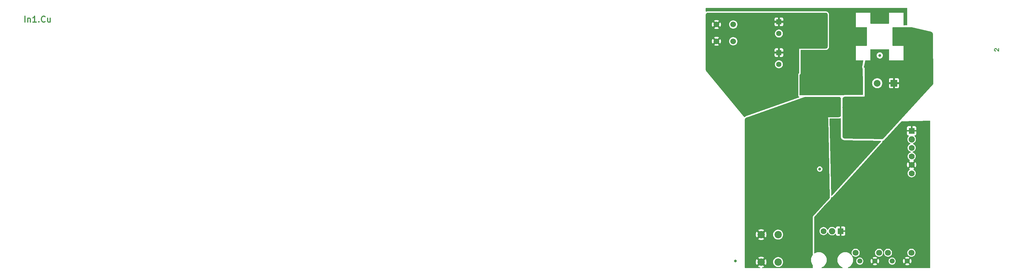
<source format=gbr>
%TF.GenerationSoftware,KiCad,Pcbnew,8.0.7-8.0.7-0~ubuntu22.04.1*%
%TF.CreationDate,2025-01-13T16:38:08-08:00*%
%TF.ProjectId,NX-J401-Adapter,4e582d4a-3430-4312-9d41-646170746572,4*%
%TF.SameCoordinates,Original*%
%TF.FileFunction,Copper,L2,Inr*%
%TF.FilePolarity,Positive*%
%FSLAX46Y46*%
G04 Gerber Fmt 4.6, Leading zero omitted, Abs format (unit mm)*
G04 Created by KiCad (PCBNEW 8.0.7-8.0.7-0~ubuntu22.04.1) date 2025-01-13 16:38:08*
%MOMM*%
%LPD*%
G01*
G04 APERTURE LIST*
%ADD10C,0.300000*%
%TA.AperFunction,NonConductor*%
%ADD11C,0.300000*%
%TD*%
%TA.AperFunction,ComponentPad*%
%ADD12R,1.600000X1.600000*%
%TD*%
%TA.AperFunction,ComponentPad*%
%ADD13C,1.600000*%
%TD*%
%TA.AperFunction,ComponentPad*%
%ADD14C,1.498600*%
%TD*%
%TA.AperFunction,ComponentPad*%
%ADD15C,1.803400*%
%TD*%
%TA.AperFunction,ComponentPad*%
%ADD16C,2.200000*%
%TD*%
%TA.AperFunction,ComponentPad*%
%ADD17R,1.778000X1.778000*%
%TD*%
%TA.AperFunction,ComponentPad*%
%ADD18C,1.905000*%
%TD*%
%TA.AperFunction,ComponentPad*%
%ADD19C,1.778000*%
%TD*%
%TA.AperFunction,ComponentPad*%
%ADD20R,2.000000X2.000000*%
%TD*%
%TA.AperFunction,ComponentPad*%
%ADD21C,2.000000*%
%TD*%
%TA.AperFunction,ComponentPad*%
%ADD22C,1.701800*%
%TD*%
%TA.AperFunction,ViaPad*%
%ADD23C,0.812800*%
%TD*%
%TA.AperFunction,ViaPad*%
%ADD24C,0.711200*%
%TD*%
G04 APERTURE END LIST*
D10*
D11*
X32624701Y-84856807D02*
X32624701Y-83078807D01*
X33471368Y-83671474D02*
X33471368Y-84856807D01*
X33471368Y-83840807D02*
X33556035Y-83756141D01*
X33556035Y-83756141D02*
X33725368Y-83671474D01*
X33725368Y-83671474D02*
X33979368Y-83671474D01*
X33979368Y-83671474D02*
X34148701Y-83756141D01*
X34148701Y-83756141D02*
X34233368Y-83925474D01*
X34233368Y-83925474D02*
X34233368Y-84856807D01*
X36011368Y-84856807D02*
X34995368Y-84856807D01*
X35503368Y-84856807D02*
X35503368Y-83078807D01*
X35503368Y-83078807D02*
X35334035Y-83332807D01*
X35334035Y-83332807D02*
X35164702Y-83502141D01*
X35164702Y-83502141D02*
X34995368Y-83586807D01*
X36773368Y-84687474D02*
X36858035Y-84772141D01*
X36858035Y-84772141D02*
X36773368Y-84856807D01*
X36773368Y-84856807D02*
X36688701Y-84772141D01*
X36688701Y-84772141D02*
X36773368Y-84687474D01*
X36773368Y-84687474D02*
X36773368Y-84856807D01*
X38636035Y-84687474D02*
X38551368Y-84772141D01*
X38551368Y-84772141D02*
X38297368Y-84856807D01*
X38297368Y-84856807D02*
X38128035Y-84856807D01*
X38128035Y-84856807D02*
X37874035Y-84772141D01*
X37874035Y-84772141D02*
X37704702Y-84602807D01*
X37704702Y-84602807D02*
X37620035Y-84433474D01*
X37620035Y-84433474D02*
X37535368Y-84094807D01*
X37535368Y-84094807D02*
X37535368Y-83840807D01*
X37535368Y-83840807D02*
X37620035Y-83502141D01*
X37620035Y-83502141D02*
X37704702Y-83332807D01*
X37704702Y-83332807D02*
X37874035Y-83163474D01*
X37874035Y-83163474D02*
X38128035Y-83078807D01*
X38128035Y-83078807D02*
X38297368Y-83078807D01*
X38297368Y-83078807D02*
X38551368Y-83163474D01*
X38551368Y-83163474D02*
X38636035Y-83248141D01*
X40160035Y-83671474D02*
X40160035Y-84856807D01*
X39398035Y-83671474D02*
X39398035Y-84602807D01*
X39398035Y-84602807D02*
X39482702Y-84772141D01*
X39482702Y-84772141D02*
X39652035Y-84856807D01*
X39652035Y-84856807D02*
X39906035Y-84856807D01*
X39906035Y-84856807D02*
X40075368Y-84772141D01*
X40075368Y-84772141D02*
X40160035Y-84687474D01*
D10*
D11*
G36*
X322544267Y-92644492D02*
G01*
X322465966Y-92649631D01*
X322393517Y-92664778D01*
X322306720Y-92699840D01*
X322232002Y-92751011D01*
X322170321Y-92817329D01*
X322122634Y-92897832D01*
X322096629Y-92966939D01*
X322079437Y-93043079D01*
X322071464Y-93125846D01*
X322070924Y-93154838D01*
X322075703Y-93238276D01*
X322089877Y-93314694D01*
X322122963Y-93405214D01*
X322171728Y-93482179D01*
X322235588Y-93544973D01*
X322313960Y-93592984D01*
X322406260Y-93625596D01*
X322484273Y-93639581D01*
X322569546Y-93644300D01*
X322622302Y-93642102D01*
X322622302Y-93360734D01*
X322573942Y-93360734D01*
X322487732Y-93352680D01*
X322417341Y-93329069D01*
X322356621Y-93282961D01*
X322320551Y-93218114D01*
X322310526Y-93148609D01*
X322323191Y-93070774D01*
X322366969Y-93001855D01*
X322428722Y-92961176D01*
X322510309Y-92940764D01*
X322550861Y-92938683D01*
X322634706Y-92945488D01*
X322708480Y-92971952D01*
X322769720Y-93015565D01*
X322822859Y-93068348D01*
X322883002Y-93139947D01*
X322934547Y-93207610D01*
X322993045Y-93288502D01*
X323014312Y-93318602D01*
X323062543Y-93384565D01*
X323109353Y-93442049D01*
X323171175Y-93506415D01*
X323234356Y-93557888D01*
X323301115Y-93597714D01*
X323373672Y-93627136D01*
X323454248Y-93647401D01*
X323545060Y-93659753D01*
X323595000Y-93663351D01*
X323595000Y-92650720D01*
X323332683Y-92650720D01*
X323332683Y-93280867D01*
X323262013Y-93236025D01*
X323198777Y-93175340D01*
X323140169Y-93103233D01*
X323083384Y-93024130D01*
X323025616Y-92942452D01*
X322964060Y-92862623D01*
X322895909Y-92789065D01*
X322818359Y-92726203D01*
X322728603Y-92678458D01*
X322623836Y-92650254D01*
X322544267Y-92644492D01*
G37*
D12*
%TO.N,/+18V_OUT*%
%TO.C,C2*%
X257810000Y-93980000D03*
D13*
%TO.N,GND*%
X257810000Y-97480000D03*
%TD*%
D14*
%TO.N,/~{REC}*%
%TO.C,SW2*%
X291628000Y-156285700D03*
%TO.N,/RTN*%
X296128001Y-156285700D03*
D15*
%TO.N,N/C*%
X290378001Y-153785824D03*
X297378000Y-153785824D03*
%TD*%
D12*
%TO.N,/+18V_OUT*%
%TO.C,C1*%
X257810000Y-84785200D03*
D13*
%TO.N,GND*%
X257810000Y-88285200D03*
%TD*%
D16*
%TO.N,/V_BAT*%
%TO.C,J4*%
X252501400Y-148365600D03*
X252501400Y-156565600D03*
%TO.N,GND*%
X257581400Y-148365600D03*
X257581400Y-156565600D03*
%TD*%
D17*
%TO.N,/RTN*%
%TO.C,J3*%
X276225000Y-147320000D03*
D18*
%TO.N,/UART2_RXD*%
X273685000Y-147320000D03*
D19*
%TO.N,/UART2_TXD*%
X271145000Y-147320000D03*
%TD*%
D14*
%TO.N,/~{SYS_RESET}*%
%TO.C,SW1*%
X281976000Y-156285700D03*
%TO.N,/RTN*%
X286476001Y-156285700D03*
D15*
%TO.N,N/C*%
X280726001Y-153785824D03*
X287726000Y-153785824D03*
%TD*%
D17*
%TO.N,/RTN*%
%TO.C,J2*%
X297447500Y-117348000D03*
D18*
%TO.N,/UART2_RXD*%
X297447500Y-119888000D03*
D19*
%TO.N,/UART2_TXD*%
X297447500Y-122428000D03*
%TO.N,/~{SYS_RESET}*%
X297447500Y-124968000D03*
%TO.N,/RTN*%
X297447500Y-127508000D03*
%TO.N,/~{REC}*%
X297447500Y-130048000D03*
%TD*%
D20*
%TO.N,/Power Supply/V_IN*%
%TO.C,C5*%
X292181677Y-103124000D03*
D21*
%TO.N,GND*%
X287181677Y-103124000D03*
%TD*%
D22*
%TO.N,/+18V_OUT*%
%TO.C,J1*%
X239166400Y-85594200D03*
X239166400Y-90594200D03*
%TO.N,GND*%
X244166400Y-85594200D03*
X244166400Y-90594200D03*
%TD*%
D23*
%TO.N,GND*%
X273812000Y-117221010D03*
X267462000Y-96266000D03*
X267461982Y-94234000D03*
D24*
X265658600Y-105359200D03*
X271272000Y-104266998D03*
D23*
X287934400Y-83515200D03*
X273825822Y-100813988D03*
X270002000Y-128778000D03*
X244856000Y-156210000D03*
X267462000Y-95250000D03*
X287934400Y-94843600D03*
X277215600Y-105410000D03*
X275844000Y-117221000D03*
%TO.N,/+18V_OUT*%
X261366000Y-91948000D03*
X261366000Y-84836000D03*
X262382000Y-86614000D03*
X262382000Y-83058000D03*
X262382000Y-90170000D03*
X261366000Y-88392000D03*
%TO.N,/Power Supply/V_IN*%
X277190204Y-110362988D03*
X295910000Y-89154000D03*
X280543000Y-111633000D03*
X295910000Y-87122000D03*
X280543034Y-109093000D03*
X281940008Y-110388408D03*
X295910000Y-91186000D03*
%TO.N,/V_BAT*%
X272288000Y-107848400D03*
X270002000Y-120650000D03*
X275590000Y-111633000D03*
X273812000Y-112828307D03*
X272288000Y-110388400D03*
X275590000Y-109067600D03*
%TD*%
%TA.AperFunction,Conductor*%
%TO.N,/Power Supply/V_IN*%
G36*
X297312270Y-86360212D02*
G01*
X297314567Y-86360346D01*
X297375457Y-86363908D01*
X297389828Y-86365596D01*
X297452163Y-86376637D01*
X297459250Y-86378106D01*
X303292155Y-87766894D01*
X303307877Y-87771760D01*
X303441791Y-87823182D01*
X303470624Y-87838914D01*
X303579622Y-87918788D01*
X303603315Y-87941548D01*
X303687501Y-88047238D01*
X303704388Y-88075426D01*
X303757855Y-88199512D01*
X303766745Y-88231145D01*
X303786915Y-88373160D01*
X303788143Y-88389580D01*
X303908889Y-103120509D01*
X303908049Y-103135964D01*
X303892342Y-103269938D01*
X303884949Y-103299938D01*
X303839406Y-103418576D01*
X303824827Y-103445815D01*
X303746848Y-103555893D01*
X303737129Y-103567941D01*
X288998179Y-119669314D01*
X288985431Y-119681399D01*
X288867246Y-119778498D01*
X288837293Y-119796696D01*
X288704831Y-119853353D01*
X288670987Y-119862443D01*
X288568388Y-119874877D01*
X288519133Y-119880847D01*
X288501599Y-119881719D01*
X283744290Y-119780929D01*
X282441660Y-119753331D01*
X277438768Y-119647337D01*
X277422827Y-119645967D01*
X277284969Y-119625088D01*
X277254271Y-119616279D01*
X277133741Y-119564096D01*
X277106316Y-119547741D01*
X277003104Y-119466498D01*
X276980768Y-119443683D01*
X276901736Y-119338782D01*
X276885963Y-119311012D01*
X276836344Y-119189403D01*
X276828187Y-119158526D01*
X276810232Y-119020258D01*
X276809200Y-119004290D01*
X276809200Y-107824811D01*
X276810247Y-107808728D01*
X276828462Y-107669478D01*
X276836734Y-107638399D01*
X276887060Y-107516044D01*
X276903044Y-107488148D01*
X276983148Y-107382856D01*
X277005771Y-107360007D01*
X277110263Y-107278862D01*
X277138002Y-107262601D01*
X277259849Y-107211064D01*
X277290842Y-107202485D01*
X277429919Y-107182887D01*
X277445961Y-107181683D01*
X280009600Y-107156250D01*
X283210000Y-107124500D01*
X283210000Y-107124157D01*
X283232010Y-107121989D01*
X283243681Y-107120841D01*
X283243682Y-107120840D01*
X283243688Y-107120840D01*
X283312359Y-107092395D01*
X283364918Y-107039836D01*
X283393363Y-106971165D01*
X283397023Y-106934000D01*
X283392856Y-103124000D01*
X285668512Y-103124000D01*
X285687142Y-103360714D01*
X285742572Y-103591595D01*
X285742572Y-103591597D01*
X285833434Y-103810959D01*
X285833436Y-103810962D01*
X285957497Y-104013410D01*
X285957498Y-104013413D01*
X285957501Y-104013416D01*
X286111708Y-104193969D01*
X286251474Y-104313340D01*
X286292263Y-104348178D01*
X286292266Y-104348179D01*
X286494714Y-104472240D01*
X286494717Y-104472242D01*
X286714080Y-104563104D01*
X286714081Y-104563104D01*
X286714083Y-104563105D01*
X286944966Y-104618535D01*
X287181677Y-104637165D01*
X287418388Y-104618535D01*
X287649271Y-104563105D01*
X287649273Y-104563104D01*
X287649274Y-104563104D01*
X287868636Y-104472242D01*
X287868637Y-104472241D01*
X287868640Y-104472240D01*
X288071093Y-104348176D01*
X288251646Y-104193969D01*
X288405853Y-104013416D01*
X288529917Y-103810963D01*
X288620782Y-103591594D01*
X288676212Y-103360711D01*
X288694842Y-103124000D01*
X288676212Y-102887289D01*
X288620782Y-102656406D01*
X288620781Y-102656403D01*
X288620781Y-102656402D01*
X288529919Y-102437040D01*
X288529917Y-102437037D01*
X288405856Y-102234589D01*
X288405855Y-102234586D01*
X288371017Y-102193797D01*
X288270542Y-102076155D01*
X290681677Y-102076155D01*
X290681677Y-102806500D01*
X291792071Y-102806500D01*
X291781578Y-102816993D01*
X291715752Y-102931007D01*
X291681677Y-103058174D01*
X291681677Y-103189826D01*
X291715752Y-103316993D01*
X291781578Y-103431007D01*
X291792071Y-103441500D01*
X290681677Y-103441500D01*
X290681677Y-104171844D01*
X290688078Y-104231372D01*
X290688080Y-104231379D01*
X290738322Y-104366086D01*
X290738326Y-104366093D01*
X290824486Y-104481187D01*
X290824489Y-104481190D01*
X290939583Y-104567350D01*
X290939590Y-104567354D01*
X291074297Y-104617596D01*
X291074304Y-104617598D01*
X291133832Y-104623999D01*
X291133849Y-104624000D01*
X291864177Y-104624000D01*
X291864177Y-103513606D01*
X291874670Y-103524099D01*
X291988684Y-103589925D01*
X292115851Y-103624000D01*
X292247503Y-103624000D01*
X292374670Y-103589925D01*
X292488684Y-103524099D01*
X292499177Y-103513606D01*
X292499177Y-104624000D01*
X293229505Y-104624000D01*
X293229521Y-104623999D01*
X293289049Y-104617598D01*
X293289056Y-104617596D01*
X293423763Y-104567354D01*
X293423770Y-104567350D01*
X293538864Y-104481190D01*
X293538867Y-104481187D01*
X293625027Y-104366093D01*
X293625031Y-104366086D01*
X293675273Y-104231379D01*
X293675275Y-104231372D01*
X293681676Y-104171844D01*
X293681677Y-104171827D01*
X293681677Y-103441500D01*
X292571283Y-103441500D01*
X292581776Y-103431007D01*
X292647602Y-103316993D01*
X292681677Y-103189826D01*
X292681677Y-103058174D01*
X292647602Y-102931007D01*
X292581776Y-102816993D01*
X292571283Y-102806500D01*
X293681677Y-102806500D01*
X293681677Y-102076172D01*
X293681676Y-102076155D01*
X293675275Y-102016627D01*
X293675273Y-102016620D01*
X293625031Y-101881913D01*
X293625027Y-101881906D01*
X293538867Y-101766812D01*
X293538864Y-101766809D01*
X293423770Y-101680649D01*
X293423763Y-101680645D01*
X293289056Y-101630403D01*
X293289049Y-101630401D01*
X293229521Y-101624000D01*
X292499177Y-101624000D01*
X292499177Y-102734394D01*
X292488684Y-102723901D01*
X292374670Y-102658075D01*
X292247503Y-102624000D01*
X292115851Y-102624000D01*
X291988684Y-102658075D01*
X291874670Y-102723901D01*
X291864177Y-102734394D01*
X291864177Y-101624000D01*
X291133832Y-101624000D01*
X291074304Y-101630401D01*
X291074297Y-101630403D01*
X290939590Y-101680645D01*
X290939583Y-101680649D01*
X290824489Y-101766809D01*
X290824486Y-101766812D01*
X290738326Y-101881906D01*
X290738322Y-101881913D01*
X290688080Y-102016620D01*
X290688078Y-102016627D01*
X290681677Y-102076155D01*
X288270542Y-102076155D01*
X288251646Y-102054031D01*
X288132273Y-101952076D01*
X288071090Y-101899821D01*
X288071087Y-101899820D01*
X287868639Y-101775759D01*
X287868636Y-101775757D01*
X287649273Y-101684895D01*
X287418391Y-101629465D01*
X287181677Y-101610835D01*
X286944962Y-101629465D01*
X286714081Y-101684895D01*
X286714079Y-101684895D01*
X286494717Y-101775757D01*
X286494714Y-101775759D01*
X286292266Y-101899820D01*
X286292263Y-101899821D01*
X286111708Y-102054031D01*
X285957498Y-102234586D01*
X285957497Y-102234589D01*
X285833436Y-102437037D01*
X285833434Y-102437040D01*
X285742572Y-102656402D01*
X285742572Y-102656404D01*
X285687142Y-102887285D01*
X285668512Y-103124000D01*
X283392856Y-103124000D01*
X283387800Y-98501200D01*
X283334000Y-98501200D01*
X283266961Y-98481515D01*
X283221206Y-98428711D01*
X283210000Y-98377200D01*
X283210000Y-98175508D01*
X283210160Y-98169202D01*
X283212964Y-98114138D01*
X283214246Y-98101590D01*
X283216006Y-98090142D01*
X283222630Y-98047093D01*
X283223734Y-98040953D01*
X283569645Y-96364936D01*
X283602474Y-96303259D01*
X283663437Y-96269122D01*
X283691086Y-96266000D01*
X285121000Y-96266000D01*
X285121000Y-94843600D01*
X287014460Y-94843600D01*
X287034563Y-95034868D01*
X287034564Y-95034870D01*
X287093990Y-95217767D01*
X287093993Y-95217773D01*
X287190153Y-95384327D01*
X287318840Y-95527249D01*
X287402004Y-95587670D01*
X287474425Y-95640288D01*
X287474430Y-95640291D01*
X287650117Y-95718513D01*
X287650123Y-95718515D01*
X287838240Y-95758500D01*
X287838241Y-95758500D01*
X288030559Y-95758500D01*
X288030560Y-95758500D01*
X288218677Y-95718515D01*
X288218679Y-95718513D01*
X288218682Y-95718513D01*
X288277861Y-95692164D01*
X288394370Y-95640291D01*
X288549960Y-95527249D01*
X288678647Y-95384327D01*
X288774807Y-95217773D01*
X288834237Y-95034866D01*
X288854340Y-94843600D01*
X288834237Y-94652334D01*
X288774807Y-94469427D01*
X288678647Y-94302873D01*
X288549960Y-94159951D01*
X288498096Y-94122270D01*
X288394374Y-94046911D01*
X288394369Y-94046908D01*
X288218682Y-93968686D01*
X288218676Y-93968684D01*
X288070544Y-93937198D01*
X288030560Y-93928700D01*
X287838240Y-93928700D01*
X287805264Y-93935708D01*
X287650123Y-93968684D01*
X287650117Y-93968686D01*
X287474430Y-94046908D01*
X287474425Y-94046911D01*
X287318841Y-94159950D01*
X287318835Y-94159955D01*
X287190152Y-94302873D01*
X287093993Y-94469426D01*
X287093990Y-94469432D01*
X287034564Y-94652329D01*
X287034563Y-94652331D01*
X287014460Y-94843600D01*
X285121000Y-94843600D01*
X285121000Y-93088000D01*
X285140685Y-93020961D01*
X285193489Y-92975206D01*
X285245000Y-92964000D01*
X290585000Y-92964000D01*
X290652039Y-92983685D01*
X290697794Y-93036489D01*
X290709000Y-93088000D01*
X290709000Y-96266000D01*
X295027000Y-96266000D01*
X295027000Y-91948000D01*
X291849000Y-91948000D01*
X291781961Y-91928315D01*
X291736206Y-91875511D01*
X291725000Y-91824000D01*
X291725000Y-86566418D01*
X291744685Y-86499379D01*
X291797489Y-86453624D01*
X291846187Y-86442450D01*
X295293056Y-86364332D01*
X295476674Y-86360169D01*
X295477379Y-86360156D01*
X295483503Y-86360053D01*
X295484866Y-86360037D01*
X295490170Y-86360006D01*
X295491047Y-86360002D01*
X295491751Y-86360000D01*
X297305029Y-86360000D01*
X297312270Y-86360212D01*
G37*
%TD.AperFunction*%
%TD*%
%TA.AperFunction,Conductor*%
%TO.N,/V_BAT*%
G36*
X275725059Y-107189061D02*
G01*
X275865163Y-107207506D01*
X275896431Y-107215884D01*
X276019418Y-107266827D01*
X276047451Y-107283012D01*
X276088238Y-107314309D01*
X276153063Y-107364050D01*
X276175951Y-107386938D01*
X276256987Y-107492548D01*
X276273172Y-107520580D01*
X276303716Y-107594318D01*
X276312108Y-107657854D01*
X276301085Y-107742126D01*
X276297832Y-107775370D01*
X276297831Y-107775384D01*
X276296784Y-107791466D01*
X276295700Y-107824796D01*
X276295700Y-112872367D01*
X276286260Y-112919822D01*
X276273171Y-112951420D01*
X276256987Y-112979451D01*
X276175951Y-113085061D01*
X276153061Y-113107951D01*
X276047451Y-113188987D01*
X276019418Y-113205172D01*
X275896431Y-113256115D01*
X275865164Y-113264493D01*
X275740625Y-113280889D01*
X275725058Y-113282939D01*
X275708874Y-113284000D01*
X272542000Y-113284000D01*
X272555650Y-113932362D01*
X273044504Y-137152996D01*
X273043843Y-137168654D01*
X273029471Y-137304476D01*
X273022281Y-137334923D01*
X272977150Y-137455413D01*
X272962569Y-137483089D01*
X272884169Y-137594943D01*
X272874401Y-137607156D01*
X270903726Y-139774899D01*
X268135144Y-142820340D01*
X268135139Y-142820346D01*
X267970000Y-143002000D01*
X267970000Y-143247495D01*
X267970000Y-143247500D01*
X267970000Y-154394654D01*
X267950315Y-154461693D01*
X267944376Y-154470140D01*
X267798942Y-154659673D01*
X267798931Y-154659689D01*
X267645862Y-154924810D01*
X267645854Y-154924826D01*
X267528702Y-155207659D01*
X267449460Y-155503392D01*
X267409501Y-155806913D01*
X267409500Y-155806929D01*
X267409500Y-156113070D01*
X267409501Y-156113086D01*
X267436863Y-156320925D01*
X267449461Y-156416611D01*
X267489382Y-156565599D01*
X267528702Y-156712340D01*
X267645854Y-156995173D01*
X267645862Y-156995189D01*
X267798931Y-157260310D01*
X267798936Y-157260318D01*
X267944376Y-157449858D01*
X267969570Y-157515028D01*
X267970000Y-157525345D01*
X267970000Y-158244500D01*
X267950315Y-158311539D01*
X267897511Y-158357294D01*
X267846000Y-158368500D01*
X252893305Y-158368500D01*
X252826266Y-158348815D01*
X252780511Y-158296011D01*
X252770567Y-158226853D01*
X252799592Y-158163297D01*
X252858370Y-158125523D01*
X252864358Y-158123926D01*
X252997356Y-158091996D01*
X253230031Y-157995619D01*
X253386513Y-157899726D01*
X253386513Y-157899725D01*
X252596349Y-157109560D01*
X252713692Y-157078118D01*
X252839108Y-157005710D01*
X252941510Y-156903308D01*
X253013918Y-156777892D01*
X253045360Y-156660548D01*
X253835525Y-157450713D01*
X253835526Y-157450713D01*
X253931419Y-157294231D01*
X254027796Y-157061556D01*
X254086587Y-156816672D01*
X254106347Y-156565600D01*
X254106347Y-156565594D01*
X256094823Y-156565594D01*
X256094823Y-156565605D01*
X256115096Y-156810274D01*
X256115098Y-156810286D01*
X256175369Y-157048291D01*
X256273994Y-157273131D01*
X256408279Y-157478671D01*
X256408282Y-157478674D01*
X256574569Y-157659310D01*
X256768319Y-157810112D01*
X256933908Y-157899725D01*
X256984249Y-157926968D01*
X257216467Y-158006688D01*
X257458639Y-158047100D01*
X257458640Y-158047100D01*
X257704160Y-158047100D01*
X257704161Y-158047100D01*
X257946333Y-158006688D01*
X258178551Y-157926968D01*
X258394481Y-157810112D01*
X258588231Y-157659310D01*
X258754518Y-157478674D01*
X258888805Y-157273132D01*
X258987430Y-157048291D01*
X259047702Y-156810283D01*
X259055818Y-156712340D01*
X259067977Y-156565605D01*
X259067977Y-156565594D01*
X259047703Y-156320925D01*
X259047701Y-156320913D01*
X258987430Y-156082908D01*
X258888805Y-155858068D01*
X258754520Y-155652528D01*
X258697049Y-155590098D01*
X258588231Y-155471890D01*
X258588226Y-155471886D01*
X258588224Y-155471884D01*
X258500377Y-155403510D01*
X258394481Y-155321088D01*
X258394480Y-155321087D01*
X258178552Y-155204232D01*
X258178547Y-155204230D01*
X257946335Y-155124512D01*
X257784885Y-155097570D01*
X257704161Y-155084100D01*
X257458639Y-155084100D01*
X257398096Y-155094203D01*
X257216464Y-155124512D01*
X256984252Y-155204230D01*
X256984247Y-155204232D01*
X256768319Y-155321087D01*
X256768315Y-155321091D01*
X256574575Y-155471884D01*
X256574572Y-155471887D01*
X256408279Y-155652528D01*
X256273994Y-155858068D01*
X256175369Y-156082908D01*
X256115098Y-156320913D01*
X256115096Y-156320925D01*
X256094823Y-156565594D01*
X254106347Y-156565594D01*
X254086587Y-156314527D01*
X254027796Y-156069643D01*
X253931419Y-155836968D01*
X253835525Y-155680485D01*
X253045360Y-156470650D01*
X253013918Y-156353308D01*
X252941510Y-156227892D01*
X252839108Y-156125490D01*
X252713692Y-156053082D01*
X252596348Y-156021639D01*
X253386513Y-155231473D01*
X253230031Y-155135580D01*
X252997356Y-155039203D01*
X252752472Y-154980412D01*
X252501400Y-154960652D01*
X252250327Y-154980412D01*
X252005443Y-155039203D01*
X251772776Y-155135577D01*
X251772771Y-155135580D01*
X251616285Y-155231473D01*
X252406452Y-156021639D01*
X252289108Y-156053082D01*
X252163692Y-156125490D01*
X252061290Y-156227892D01*
X251988882Y-156353308D01*
X251957439Y-156470651D01*
X251167273Y-155680485D01*
X251071380Y-155836971D01*
X251071377Y-155836976D01*
X250975003Y-156069643D01*
X250916212Y-156314527D01*
X250896452Y-156565600D01*
X250916212Y-156816672D01*
X250975003Y-157061556D01*
X251071380Y-157294231D01*
X251167273Y-157450713D01*
X251957439Y-156660547D01*
X251988882Y-156777892D01*
X252061290Y-156903308D01*
X252163692Y-157005710D01*
X252289108Y-157078118D01*
X252406451Y-157109560D01*
X251616285Y-157899725D01*
X251772768Y-157995619D01*
X252005443Y-158091996D01*
X252138442Y-158123926D01*
X252199034Y-158158717D01*
X252231198Y-158220743D01*
X252224722Y-158290312D01*
X252181663Y-158345336D01*
X252115690Y-158368345D01*
X252109495Y-158368500D01*
X247774000Y-158368500D01*
X247706961Y-158348815D01*
X247661206Y-158296011D01*
X247650000Y-158244500D01*
X247650000Y-148365600D01*
X250896452Y-148365600D01*
X250916212Y-148616672D01*
X250975003Y-148861556D01*
X251071380Y-149094231D01*
X251167273Y-149250713D01*
X251957439Y-148460547D01*
X251988882Y-148577892D01*
X252061290Y-148703308D01*
X252163692Y-148805710D01*
X252289108Y-148878118D01*
X252406451Y-148909560D01*
X251616285Y-149699725D01*
X251772768Y-149795619D01*
X252005443Y-149891996D01*
X252250327Y-149950787D01*
X252501400Y-149970547D01*
X252752472Y-149950787D01*
X252997356Y-149891996D01*
X253230031Y-149795619D01*
X253386513Y-149699726D01*
X253386513Y-149699725D01*
X252596349Y-148909560D01*
X252713692Y-148878118D01*
X252839108Y-148805710D01*
X252941510Y-148703308D01*
X253013918Y-148577892D01*
X253045360Y-148460548D01*
X253835525Y-149250713D01*
X253835526Y-149250713D01*
X253931419Y-149094231D01*
X254027796Y-148861556D01*
X254086587Y-148616672D01*
X254106347Y-148365600D01*
X254106347Y-148365594D01*
X256094823Y-148365594D01*
X256094823Y-148365605D01*
X256115096Y-148610274D01*
X256115098Y-148610286D01*
X256175369Y-148848291D01*
X256273994Y-149073131D01*
X256408279Y-149278671D01*
X256408282Y-149278674D01*
X256574569Y-149459310D01*
X256768319Y-149610112D01*
X256933908Y-149699725D01*
X256984249Y-149726968D01*
X257216467Y-149806688D01*
X257458639Y-149847100D01*
X257458640Y-149847100D01*
X257704160Y-149847100D01*
X257704161Y-149847100D01*
X257946333Y-149806688D01*
X258178551Y-149726968D01*
X258394481Y-149610112D01*
X258588231Y-149459310D01*
X258754518Y-149278674D01*
X258888805Y-149073132D01*
X258987430Y-148848291D01*
X259047702Y-148610283D01*
X259048939Y-148595353D01*
X259067977Y-148365605D01*
X259067977Y-148365594D01*
X259047703Y-148120925D01*
X259047701Y-148120913D01*
X258987430Y-147882908D01*
X258888805Y-147658068D01*
X258754520Y-147452528D01*
X258735610Y-147431987D01*
X258588231Y-147271890D01*
X258588226Y-147271886D01*
X258588224Y-147271884D01*
X258500377Y-147203510D01*
X258394481Y-147121088D01*
X258394480Y-147121087D01*
X258178552Y-147004232D01*
X258178547Y-147004230D01*
X257946335Y-146924512D01*
X257784885Y-146897570D01*
X257704161Y-146884100D01*
X257458639Y-146884100D01*
X257398096Y-146894203D01*
X257216464Y-146924512D01*
X256984252Y-147004230D01*
X256984247Y-147004232D01*
X256768319Y-147121087D01*
X256768315Y-147121091D01*
X256574575Y-147271884D01*
X256574572Y-147271887D01*
X256408279Y-147452528D01*
X256273994Y-147658068D01*
X256175369Y-147882908D01*
X256115098Y-148120913D01*
X256115096Y-148120925D01*
X256094823Y-148365594D01*
X254106347Y-148365594D01*
X254086587Y-148114527D01*
X254027796Y-147869643D01*
X253931419Y-147636968D01*
X253835525Y-147480485D01*
X253045360Y-148270650D01*
X253013918Y-148153308D01*
X252941510Y-148027892D01*
X252839108Y-147925490D01*
X252713692Y-147853082D01*
X252596348Y-147821639D01*
X253386513Y-147031473D01*
X253230031Y-146935580D01*
X252997356Y-146839203D01*
X252752472Y-146780412D01*
X252501400Y-146760652D01*
X252250327Y-146780412D01*
X252005443Y-146839203D01*
X251772776Y-146935577D01*
X251772771Y-146935580D01*
X251616285Y-147031473D01*
X252406452Y-147821639D01*
X252289108Y-147853082D01*
X252163692Y-147925490D01*
X252061290Y-148027892D01*
X251988882Y-148153308D01*
X251957439Y-148270651D01*
X251167273Y-147480485D01*
X251071380Y-147636971D01*
X251071377Y-147636976D01*
X250975003Y-147869643D01*
X250916212Y-148114527D01*
X250896452Y-148365600D01*
X247650000Y-148365600D01*
X247650000Y-128777996D01*
X269209115Y-128777996D01*
X269209115Y-128778003D01*
X269228992Y-128954425D01*
X269228993Y-128954431D01*
X269287634Y-129122019D01*
X269287635Y-129122020D01*
X269382098Y-129272356D01*
X269507644Y-129397902D01*
X269657980Y-129492365D01*
X269825566Y-129551006D01*
X269825572Y-129551006D01*
X269825574Y-129551007D01*
X270001996Y-129570885D01*
X270002000Y-129570885D01*
X270002004Y-129570885D01*
X270178425Y-129551007D01*
X270178424Y-129551007D01*
X270178434Y-129551006D01*
X270346020Y-129492365D01*
X270496356Y-129397902D01*
X270621902Y-129272356D01*
X270716365Y-129122020D01*
X270775006Y-128954434D01*
X270794885Y-128778000D01*
X270775006Y-128601566D01*
X270716365Y-128433980D01*
X270621902Y-128283644D01*
X270496356Y-128158098D01*
X270496355Y-128158097D01*
X270346019Y-128063634D01*
X270178431Y-128004993D01*
X270178425Y-128004992D01*
X270002004Y-127985115D01*
X270001996Y-127985115D01*
X269825574Y-128004992D01*
X269825568Y-128004993D01*
X269657980Y-128063634D01*
X269507644Y-128158097D01*
X269382097Y-128283644D01*
X269287634Y-128433980D01*
X269228993Y-128601568D01*
X269228992Y-128601574D01*
X269209115Y-128777996D01*
X247650000Y-128777996D01*
X247650000Y-113995274D01*
X247650940Y-113980034D01*
X247667298Y-113847949D01*
X247674733Y-113818390D01*
X247720041Y-113701466D01*
X247734456Y-113674628D01*
X247806920Y-113572286D01*
X247827455Y-113549769D01*
X247922687Y-113468206D01*
X247948095Y-113451376D01*
X248067257Y-113392075D01*
X248081312Y-113386129D01*
X265576684Y-107225787D01*
X265586697Y-107222731D01*
X265675376Y-107199716D01*
X265696030Y-107196186D01*
X265787297Y-107188444D01*
X265797779Y-107188000D01*
X275708874Y-107188000D01*
X275725059Y-107189061D01*
G37*
%TD.AperFunction*%
%TD*%
%TA.AperFunction,Conductor*%
%TO.N,/+18V_OUT*%
G36*
X271762659Y-82043061D02*
G01*
X271902763Y-82061506D01*
X271934031Y-82069884D01*
X272057018Y-82120827D01*
X272085051Y-82137012D01*
X272125838Y-82168309D01*
X272190663Y-82218050D01*
X272213551Y-82240938D01*
X272294587Y-82346548D01*
X272310772Y-82374581D01*
X272361715Y-82497568D01*
X272370093Y-82528835D01*
X272388539Y-82668939D01*
X272389600Y-82685125D01*
X272389600Y-92168474D01*
X272388539Y-92184660D01*
X272370093Y-92324764D01*
X272361715Y-92356031D01*
X272310772Y-92479018D01*
X272294587Y-92507051D01*
X272213551Y-92612661D01*
X272190661Y-92635551D01*
X272085051Y-92716587D01*
X272057018Y-92732772D01*
X271934031Y-92783715D01*
X271902764Y-92792093D01*
X271778225Y-92808489D01*
X271762658Y-92810539D01*
X271746474Y-92811600D01*
X263906000Y-92811600D01*
X263906000Y-93446600D01*
X263906000Y-93446606D01*
X263906000Y-100069960D01*
X263886315Y-100136999D01*
X263833511Y-100182754D01*
X263782000Y-100193960D01*
X263741834Y-100193960D01*
X263673161Y-100222406D01*
X263620605Y-100274962D01*
X263592160Y-100343635D01*
X263592158Y-100343641D01*
X263588500Y-100380800D01*
X263588500Y-106933999D01*
X263592158Y-106971158D01*
X263592160Y-106971164D01*
X263620605Y-107039837D01*
X263673162Y-107092394D01*
X263673163Y-107092394D01*
X263673164Y-107092395D01*
X263741835Y-107120840D01*
X263741839Y-107120840D01*
X263741841Y-107120841D01*
X263771791Y-107123790D01*
X263779000Y-107124500D01*
X263782000Y-107124500D01*
X263849039Y-107144185D01*
X263894794Y-107196989D01*
X263906000Y-107248500D01*
X263906000Y-107316495D01*
X263886315Y-107383534D01*
X263833511Y-107429289D01*
X263823184Y-107433456D01*
X247952963Y-113021562D01*
X247930718Y-113030174D01*
X247916649Y-113036126D01*
X247895066Y-113046050D01*
X247775895Y-113105356D01*
X247775892Y-113105357D01*
X247734647Y-113129160D01*
X247734645Y-113129161D01*
X247709266Y-113145972D01*
X247709252Y-113145982D01*
X247671269Y-113174656D01*
X247584915Y-113248616D01*
X247521193Y-113277274D01*
X247452093Y-113266931D01*
X247418613Y-113244111D01*
X247408188Y-113234155D01*
X247377526Y-113204872D01*
X247367362Y-113193919D01*
X236114830Y-99495184D01*
X236106461Y-99483714D01*
X236039309Y-99379649D01*
X236026758Y-99354217D01*
X235987421Y-99244356D01*
X235980977Y-99216736D01*
X235966814Y-99093703D01*
X235966000Y-99079522D01*
X235966000Y-97479999D01*
X256623438Y-97479999D01*
X256623438Y-97480000D01*
X256643640Y-97698029D01*
X256703563Y-97908633D01*
X256703567Y-97908642D01*
X256801159Y-98104634D01*
X256801166Y-98104646D01*
X256845752Y-98163687D01*
X256933120Y-98279382D01*
X257094937Y-98426897D01*
X257281104Y-98542167D01*
X257281105Y-98542167D01*
X257281106Y-98542168D01*
X257324360Y-98558924D01*
X257485282Y-98621266D01*
X257700518Y-98661500D01*
X257700521Y-98661500D01*
X257919479Y-98661500D01*
X257919482Y-98661500D01*
X258134718Y-98621266D01*
X258338896Y-98542167D01*
X258525063Y-98426897D01*
X258686880Y-98279382D01*
X258818835Y-98104644D01*
X258916436Y-97908636D01*
X258976359Y-97698030D01*
X258996562Y-97480000D01*
X258976359Y-97261970D01*
X258916436Y-97051364D01*
X258867830Y-96953751D01*
X258818840Y-96855365D01*
X258818833Y-96855353D01*
X258795638Y-96824638D01*
X258686880Y-96680618D01*
X258525063Y-96533103D01*
X258338896Y-96417833D01*
X258338894Y-96417832D01*
X258338893Y-96417831D01*
X258177974Y-96355491D01*
X258134718Y-96338734D01*
X257919482Y-96298500D01*
X257700518Y-96298500D01*
X257485282Y-96338734D01*
X257485279Y-96338734D01*
X257485279Y-96338735D01*
X257281106Y-96417831D01*
X257281105Y-96417832D01*
X257094941Y-96533100D01*
X257094939Y-96533101D01*
X257094937Y-96533103D01*
X257010563Y-96610020D01*
X256933121Y-96680617D01*
X256801166Y-96855353D01*
X256801159Y-96855365D01*
X256703567Y-97051357D01*
X256703563Y-97051366D01*
X256643640Y-97261970D01*
X256623438Y-97479999D01*
X235966000Y-97479999D01*
X235966000Y-94827844D01*
X256510000Y-94827844D01*
X256516401Y-94887372D01*
X256516403Y-94887379D01*
X256566645Y-95022086D01*
X256566649Y-95022093D01*
X256652809Y-95137187D01*
X256652812Y-95137190D01*
X256767906Y-95223350D01*
X256767913Y-95223354D01*
X256902620Y-95273596D01*
X256902627Y-95273598D01*
X256962155Y-95279999D01*
X256962172Y-95280000D01*
X257492500Y-95280000D01*
X258127500Y-95280000D01*
X258657828Y-95280000D01*
X258657844Y-95279999D01*
X258717372Y-95273598D01*
X258717379Y-95273596D01*
X258852086Y-95223354D01*
X258852093Y-95223350D01*
X258967187Y-95137190D01*
X258967190Y-95137187D01*
X259053350Y-95022093D01*
X259053354Y-95022086D01*
X259103596Y-94887379D01*
X259103598Y-94887372D01*
X259109999Y-94827844D01*
X259110000Y-94827827D01*
X259110000Y-94297500D01*
X258127500Y-94297500D01*
X258127500Y-95280000D01*
X257492500Y-95280000D01*
X257492500Y-94297500D01*
X256510000Y-94297500D01*
X256510000Y-94827844D01*
X235966000Y-94827844D01*
X235966000Y-93927339D01*
X257410000Y-93927339D01*
X257410000Y-94032661D01*
X257437259Y-94134394D01*
X257489920Y-94225606D01*
X257564394Y-94300080D01*
X257655606Y-94352741D01*
X257757339Y-94380000D01*
X257862661Y-94380000D01*
X257964394Y-94352741D01*
X258055606Y-94300080D01*
X258130080Y-94225606D01*
X258182741Y-94134394D01*
X258210000Y-94032661D01*
X258210000Y-93927339D01*
X258182741Y-93825606D01*
X258130080Y-93734394D01*
X258058186Y-93662500D01*
X258127500Y-93662500D01*
X259110000Y-93662500D01*
X259110000Y-93132172D01*
X259109999Y-93132155D01*
X259103598Y-93072627D01*
X259103596Y-93072620D01*
X259053354Y-92937913D01*
X259053350Y-92937906D01*
X258967190Y-92822812D01*
X258967187Y-92822809D01*
X258852093Y-92736649D01*
X258852086Y-92736645D01*
X258717379Y-92686403D01*
X258717372Y-92686401D01*
X258657844Y-92680000D01*
X258127500Y-92680000D01*
X258127500Y-93662500D01*
X258058186Y-93662500D01*
X258055606Y-93659920D01*
X257964394Y-93607259D01*
X257862661Y-93580000D01*
X257757339Y-93580000D01*
X257655606Y-93607259D01*
X257564394Y-93659920D01*
X257489920Y-93734394D01*
X257437259Y-93825606D01*
X257410000Y-93927339D01*
X235966000Y-93927339D01*
X235966000Y-93132155D01*
X256510000Y-93132155D01*
X256510000Y-93662500D01*
X257492500Y-93662500D01*
X257492500Y-92680000D01*
X256962155Y-92680000D01*
X256902627Y-92686401D01*
X256902620Y-92686403D01*
X256767913Y-92736645D01*
X256767906Y-92736649D01*
X256652812Y-92822809D01*
X256652809Y-92822812D01*
X256566649Y-92937906D01*
X256566645Y-92937913D01*
X256516403Y-93072620D01*
X256516401Y-93072627D01*
X256510000Y-93132155D01*
X235966000Y-93132155D01*
X235966000Y-90594194D01*
X237810870Y-90594194D01*
X237810870Y-90594205D01*
X237829357Y-90817309D01*
X237884316Y-91034340D01*
X237974246Y-91239360D01*
X238012963Y-91298621D01*
X238584145Y-90727441D01*
X238610177Y-90824595D01*
X238688761Y-90960705D01*
X238799895Y-91071839D01*
X238936005Y-91150423D01*
X239033157Y-91176454D01*
X238461080Y-91748531D01*
X238621888Y-91835557D01*
X238621897Y-91835560D01*
X238833633Y-91908250D01*
X239054462Y-91945100D01*
X239278338Y-91945100D01*
X239499166Y-91908250D01*
X239710902Y-91835560D01*
X239710910Y-91835557D01*
X239871718Y-91748531D01*
X239299642Y-91176454D01*
X239396795Y-91150423D01*
X239532905Y-91071839D01*
X239644039Y-90960705D01*
X239722623Y-90824595D01*
X239748654Y-90727442D01*
X240319834Y-91298622D01*
X240358554Y-91239358D01*
X240358555Y-91239356D01*
X240448483Y-91034340D01*
X240503442Y-90817309D01*
X240521930Y-90594205D01*
X240521930Y-90594197D01*
X242929292Y-90594197D01*
X242929292Y-90594202D01*
X242948085Y-90809016D01*
X242948086Y-90809023D01*
X243003900Y-91017319D01*
X243095032Y-91212752D01*
X243095033Y-91212754D01*
X243218721Y-91389400D01*
X243371199Y-91541878D01*
X243371202Y-91541880D01*
X243547846Y-91665567D01*
X243743284Y-91756701D01*
X243951578Y-91812514D01*
X244105022Y-91825938D01*
X244166398Y-91831308D01*
X244166400Y-91831308D01*
X244166402Y-91831308D01*
X244220105Y-91826609D01*
X244381222Y-91812514D01*
X244589516Y-91756701D01*
X244784954Y-91665567D01*
X244961598Y-91541880D01*
X245114080Y-91389398D01*
X245237767Y-91212754D01*
X245328901Y-91017316D01*
X245384714Y-90809022D01*
X245403508Y-90594200D01*
X245403507Y-90594194D01*
X245384714Y-90379383D01*
X245384714Y-90379378D01*
X245328901Y-90171084D01*
X245237767Y-89975646D01*
X245114080Y-89799002D01*
X245114078Y-89798999D01*
X244961600Y-89646521D01*
X244784954Y-89522833D01*
X244784952Y-89522832D01*
X244589519Y-89431700D01*
X244589516Y-89431699D01*
X244501486Y-89408111D01*
X244381223Y-89375886D01*
X244381216Y-89375885D01*
X244166402Y-89357092D01*
X244166398Y-89357092D01*
X243951583Y-89375885D01*
X243951576Y-89375886D01*
X243743280Y-89431700D01*
X243547847Y-89522832D01*
X243547845Y-89522833D01*
X243371199Y-89646521D01*
X243218721Y-89798999D01*
X243095033Y-89975645D01*
X243095032Y-89975647D01*
X243003900Y-90171080D01*
X242948086Y-90379376D01*
X242948085Y-90379383D01*
X242929292Y-90594197D01*
X240521930Y-90594197D01*
X240521930Y-90594194D01*
X240503442Y-90371090D01*
X240448483Y-90154059D01*
X240358554Y-89949042D01*
X240319834Y-89889776D01*
X239748654Y-90460956D01*
X239722623Y-90363805D01*
X239644039Y-90227695D01*
X239532905Y-90116561D01*
X239396795Y-90037977D01*
X239299642Y-90011945D01*
X239871719Y-89439867D01*
X239871718Y-89439866D01*
X239710916Y-89352845D01*
X239710902Y-89352839D01*
X239499166Y-89280149D01*
X239278338Y-89243300D01*
X239054462Y-89243300D01*
X238833633Y-89280149D01*
X238621894Y-89352840D01*
X238621883Y-89352845D01*
X238461079Y-89439867D01*
X239033158Y-90011945D01*
X238936005Y-90037977D01*
X238799895Y-90116561D01*
X238688761Y-90227695D01*
X238610177Y-90363805D01*
X238584145Y-90460957D01*
X238012964Y-89889777D01*
X237974245Y-89949042D01*
X237974244Y-89949044D01*
X237884316Y-90154059D01*
X237829357Y-90371090D01*
X237810870Y-90594194D01*
X235966000Y-90594194D01*
X235966000Y-88285199D01*
X256623438Y-88285199D01*
X256623438Y-88285200D01*
X256643640Y-88503229D01*
X256703563Y-88713833D01*
X256703567Y-88713842D01*
X256801159Y-88909834D01*
X256801166Y-88909846D01*
X256845752Y-88968887D01*
X256933120Y-89084582D01*
X257094937Y-89232097D01*
X257281104Y-89347367D01*
X257281105Y-89347367D01*
X257281106Y-89347368D01*
X257295231Y-89352840D01*
X257485282Y-89426466D01*
X257700518Y-89466700D01*
X257700521Y-89466700D01*
X257919479Y-89466700D01*
X257919482Y-89466700D01*
X258134718Y-89426466D01*
X258338896Y-89347367D01*
X258525063Y-89232097D01*
X258686880Y-89084582D01*
X258818835Y-88909844D01*
X258916436Y-88713836D01*
X258976359Y-88503230D01*
X258996562Y-88285200D01*
X258976359Y-88067170D01*
X258916436Y-87856564D01*
X258867830Y-87758951D01*
X258818840Y-87660565D01*
X258818833Y-87660553D01*
X258795638Y-87629838D01*
X258686880Y-87485818D01*
X258525063Y-87338303D01*
X258338896Y-87223033D01*
X258338894Y-87223032D01*
X258338893Y-87223031D01*
X258177974Y-87160691D01*
X258134718Y-87143934D01*
X257919482Y-87103700D01*
X257700518Y-87103700D01*
X257485282Y-87143934D01*
X257485279Y-87143934D01*
X257485279Y-87143935D01*
X257281106Y-87223031D01*
X257281105Y-87223032D01*
X257094941Y-87338300D01*
X257094939Y-87338301D01*
X257094937Y-87338303D01*
X256952583Y-87468074D01*
X256933121Y-87485817D01*
X256801166Y-87660553D01*
X256801159Y-87660565D01*
X256703567Y-87856557D01*
X256703563Y-87856566D01*
X256643640Y-88067170D01*
X256623438Y-88285199D01*
X235966000Y-88285199D01*
X235966000Y-85594194D01*
X237810870Y-85594194D01*
X237810870Y-85594205D01*
X237829357Y-85817309D01*
X237884316Y-86034340D01*
X237974246Y-86239360D01*
X238012963Y-86298621D01*
X238584145Y-85727441D01*
X238610177Y-85824595D01*
X238688761Y-85960705D01*
X238799895Y-86071839D01*
X238936005Y-86150423D01*
X239033157Y-86176454D01*
X238461080Y-86748531D01*
X238621888Y-86835557D01*
X238621897Y-86835560D01*
X238833633Y-86908250D01*
X239054462Y-86945100D01*
X239278338Y-86945100D01*
X239499166Y-86908250D01*
X239710902Y-86835560D01*
X239710910Y-86835557D01*
X239871718Y-86748531D01*
X239299642Y-86176454D01*
X239396795Y-86150423D01*
X239532905Y-86071839D01*
X239644039Y-85960705D01*
X239722623Y-85824595D01*
X239748654Y-85727442D01*
X240319834Y-86298622D01*
X240358554Y-86239358D01*
X240358555Y-86239356D01*
X240448483Y-86034340D01*
X240503442Y-85817309D01*
X240521930Y-85594205D01*
X240521930Y-85594197D01*
X242929292Y-85594197D01*
X242929292Y-85594202D01*
X242948085Y-85809016D01*
X242948086Y-85809023D01*
X243003900Y-86017319D01*
X243095032Y-86212752D01*
X243095033Y-86212754D01*
X243218721Y-86389400D01*
X243371199Y-86541878D01*
X243371202Y-86541880D01*
X243547846Y-86665567D01*
X243743284Y-86756701D01*
X243951578Y-86812514D01*
X244105022Y-86825938D01*
X244166398Y-86831308D01*
X244166400Y-86831308D01*
X244166402Y-86831308D01*
X244220105Y-86826609D01*
X244381222Y-86812514D01*
X244589516Y-86756701D01*
X244784954Y-86665567D01*
X244961598Y-86541880D01*
X245114080Y-86389398D01*
X245237767Y-86212754D01*
X245328901Y-86017316D01*
X245384714Y-85809022D01*
X245400110Y-85633044D01*
X256510000Y-85633044D01*
X256516401Y-85692572D01*
X256516403Y-85692579D01*
X256566645Y-85827286D01*
X256566649Y-85827293D01*
X256652809Y-85942387D01*
X256652812Y-85942390D01*
X256767906Y-86028550D01*
X256767913Y-86028554D01*
X256902620Y-86078796D01*
X256902627Y-86078798D01*
X256962155Y-86085199D01*
X256962172Y-86085200D01*
X257492500Y-86085200D01*
X258127500Y-86085200D01*
X258657828Y-86085200D01*
X258657844Y-86085199D01*
X258717372Y-86078798D01*
X258717379Y-86078796D01*
X258852086Y-86028554D01*
X258852093Y-86028550D01*
X258967187Y-85942390D01*
X258967190Y-85942387D01*
X259053350Y-85827293D01*
X259053354Y-85827286D01*
X259103596Y-85692579D01*
X259103598Y-85692572D01*
X259109999Y-85633044D01*
X259110000Y-85633027D01*
X259110000Y-85102700D01*
X258127500Y-85102700D01*
X258127500Y-86085200D01*
X257492500Y-86085200D01*
X257492500Y-85102700D01*
X256510000Y-85102700D01*
X256510000Y-85633044D01*
X245400110Y-85633044D01*
X245403508Y-85594200D01*
X245403507Y-85594194D01*
X245384714Y-85379383D01*
X245384714Y-85379378D01*
X245328901Y-85171084D01*
X245237767Y-84975646D01*
X245114080Y-84799002D01*
X245114078Y-84798999D01*
X245047618Y-84732539D01*
X257410000Y-84732539D01*
X257410000Y-84837861D01*
X257437259Y-84939594D01*
X257489920Y-85030806D01*
X257564394Y-85105280D01*
X257655606Y-85157941D01*
X257757339Y-85185200D01*
X257862661Y-85185200D01*
X257964394Y-85157941D01*
X258055606Y-85105280D01*
X258130080Y-85030806D01*
X258182741Y-84939594D01*
X258210000Y-84837861D01*
X258210000Y-84732539D01*
X258182741Y-84630806D01*
X258130080Y-84539594D01*
X258058186Y-84467700D01*
X258127500Y-84467700D01*
X259110000Y-84467700D01*
X259110000Y-83937372D01*
X259109999Y-83937355D01*
X259103598Y-83877827D01*
X259103596Y-83877820D01*
X259053354Y-83743113D01*
X259053350Y-83743106D01*
X258967190Y-83628012D01*
X258967187Y-83628009D01*
X258852093Y-83541849D01*
X258852086Y-83541845D01*
X258717379Y-83491603D01*
X258717372Y-83491601D01*
X258657844Y-83485200D01*
X258127500Y-83485200D01*
X258127500Y-84467700D01*
X258058186Y-84467700D01*
X258055606Y-84465120D01*
X257964394Y-84412459D01*
X257862661Y-84385200D01*
X257757339Y-84385200D01*
X257655606Y-84412459D01*
X257564394Y-84465120D01*
X257489920Y-84539594D01*
X257437259Y-84630806D01*
X257410000Y-84732539D01*
X245047618Y-84732539D01*
X244961600Y-84646521D01*
X244784954Y-84522833D01*
X244784952Y-84522832D01*
X244589519Y-84431700D01*
X244589516Y-84431699D01*
X244501486Y-84408111D01*
X244381223Y-84375886D01*
X244381216Y-84375885D01*
X244166402Y-84357092D01*
X244166398Y-84357092D01*
X243951583Y-84375885D01*
X243951576Y-84375886D01*
X243743280Y-84431700D01*
X243547847Y-84522832D01*
X243547845Y-84522833D01*
X243371199Y-84646521D01*
X243218721Y-84798999D01*
X243095033Y-84975645D01*
X243095032Y-84975647D01*
X243003900Y-85171080D01*
X242948086Y-85379376D01*
X242948085Y-85379383D01*
X242929292Y-85594197D01*
X240521930Y-85594197D01*
X240521930Y-85594194D01*
X240503442Y-85371090D01*
X240448483Y-85154059D01*
X240358554Y-84949042D01*
X240319834Y-84889776D01*
X239748654Y-85460956D01*
X239722623Y-85363805D01*
X239644039Y-85227695D01*
X239532905Y-85116561D01*
X239396795Y-85037977D01*
X239299642Y-85011945D01*
X239871719Y-84439867D01*
X239871718Y-84439866D01*
X239710916Y-84352845D01*
X239710902Y-84352839D01*
X239499166Y-84280149D01*
X239278338Y-84243300D01*
X239054462Y-84243300D01*
X238833633Y-84280149D01*
X238621894Y-84352840D01*
X238621883Y-84352845D01*
X238461079Y-84439867D01*
X239033158Y-85011945D01*
X238936005Y-85037977D01*
X238799895Y-85116561D01*
X238688761Y-85227695D01*
X238610177Y-85363805D01*
X238584145Y-85460957D01*
X238012964Y-84889777D01*
X237974245Y-84949042D01*
X237974244Y-84949044D01*
X237884316Y-85154059D01*
X237829357Y-85371090D01*
X237810870Y-85594194D01*
X235966000Y-85594194D01*
X235966000Y-83937355D01*
X256510000Y-83937355D01*
X256510000Y-84467700D01*
X257492500Y-84467700D01*
X257492500Y-83485200D01*
X256962155Y-83485200D01*
X256902627Y-83491601D01*
X256902620Y-83491603D01*
X256767913Y-83541845D01*
X256767906Y-83541849D01*
X256652812Y-83628009D01*
X256652809Y-83628012D01*
X256566649Y-83743106D01*
X256566645Y-83743113D01*
X256516403Y-83877820D01*
X256516401Y-83877827D01*
X256510000Y-83937355D01*
X235966000Y-83937355D01*
X235966000Y-82685125D01*
X235967061Y-82668940D01*
X235985506Y-82528836D01*
X235993884Y-82497568D01*
X236044827Y-82374581D01*
X236061012Y-82346548D01*
X236142053Y-82240932D01*
X236164932Y-82218053D01*
X236270549Y-82137010D01*
X236298579Y-82120827D01*
X236421569Y-82069883D01*
X236452835Y-82061506D01*
X236592941Y-82043061D01*
X236609126Y-82042000D01*
X271746474Y-82042000D01*
X271762659Y-82043061D01*
G37*
%TD.AperFunction*%
%TD*%
%TA.AperFunction,Conductor*%
%TO.N,/RTN*%
G36*
X302962117Y-114321355D02*
G01*
X303009321Y-114372868D01*
X303022000Y-114427492D01*
X303022000Y-158244500D01*
X303002315Y-158311539D01*
X302949511Y-158357294D01*
X302898000Y-158368500D01*
X278536713Y-158368500D01*
X278469674Y-158348815D01*
X278423919Y-158296011D01*
X278413975Y-158226853D01*
X278443000Y-158163297D01*
X278489261Y-158129939D01*
X278632721Y-158070515D01*
X278660182Y-158059141D01*
X278925318Y-157906064D01*
X279168206Y-157719689D01*
X279384689Y-157503206D01*
X279571064Y-157260318D01*
X279724141Y-156995182D01*
X279732597Y-156974769D01*
X279841297Y-156712340D01*
X279841296Y-156712340D01*
X279841300Y-156712333D01*
X279920539Y-156416611D01*
X279937774Y-156285700D01*
X280916297Y-156285700D01*
X280936658Y-156492436D01*
X280996963Y-156691235D01*
X281094885Y-156874433D01*
X281094889Y-156874440D01*
X281226676Y-157035023D01*
X281387259Y-157166810D01*
X281387266Y-157166814D01*
X281570464Y-157264736D01*
X281570466Y-157264736D01*
X281570469Y-157264738D01*
X281769262Y-157325041D01*
X281769261Y-157325041D01*
X281787797Y-157326866D01*
X281976000Y-157345403D01*
X282182738Y-157325041D01*
X282381531Y-157264738D01*
X282564739Y-157166811D01*
X282725323Y-157035023D01*
X282857111Y-156874439D01*
X282955038Y-156691231D01*
X283015341Y-156492438D01*
X283035703Y-156285700D01*
X283035703Y-156285698D01*
X285221929Y-156285698D01*
X285221929Y-156285701D01*
X285240980Y-156503461D01*
X285240982Y-156503471D01*
X285297556Y-156714610D01*
X285297560Y-156714619D01*
X285389945Y-156912739D01*
X285433377Y-156974768D01*
X285433378Y-156974769D01*
X285996875Y-156411272D01*
X286014455Y-156476879D01*
X286079662Y-156589821D01*
X286171880Y-156682039D01*
X286284822Y-156747246D01*
X286350428Y-156764825D01*
X285786930Y-157328321D01*
X285786931Y-157328322D01*
X285848961Y-157371755D01*
X286047081Y-157464140D01*
X286047090Y-157464144D01*
X286258229Y-157520718D01*
X286258239Y-157520720D01*
X286475999Y-157539772D01*
X286476003Y-157539772D01*
X286693762Y-157520720D01*
X286693772Y-157520718D01*
X286904911Y-157464144D01*
X286904920Y-157464140D01*
X287103036Y-157371757D01*
X287165070Y-157328321D01*
X286601574Y-156764825D01*
X286667180Y-156747246D01*
X286780122Y-156682039D01*
X286872340Y-156589821D01*
X286937547Y-156476879D01*
X286955126Y-156411273D01*
X287518622Y-156974769D01*
X287562058Y-156912735D01*
X287654441Y-156714619D01*
X287654445Y-156714610D01*
X287711019Y-156503471D01*
X287711021Y-156503461D01*
X287730073Y-156285701D01*
X287730073Y-156285700D01*
X290568297Y-156285700D01*
X290588658Y-156492436D01*
X290648963Y-156691235D01*
X290746885Y-156874433D01*
X290746889Y-156874440D01*
X290878676Y-157035023D01*
X291039259Y-157166810D01*
X291039266Y-157166814D01*
X291222464Y-157264736D01*
X291222466Y-157264736D01*
X291222469Y-157264738D01*
X291421262Y-157325041D01*
X291421261Y-157325041D01*
X291439797Y-157326866D01*
X291628000Y-157345403D01*
X291834738Y-157325041D01*
X292033531Y-157264738D01*
X292216739Y-157166811D01*
X292377323Y-157035023D01*
X292509111Y-156874439D01*
X292607038Y-156691231D01*
X292667341Y-156492438D01*
X292687703Y-156285700D01*
X292687703Y-156285698D01*
X294873929Y-156285698D01*
X294873929Y-156285701D01*
X294892980Y-156503461D01*
X294892982Y-156503471D01*
X294949556Y-156714610D01*
X294949560Y-156714619D01*
X295041945Y-156912739D01*
X295085377Y-156974768D01*
X295085378Y-156974769D01*
X295648875Y-156411272D01*
X295666455Y-156476879D01*
X295731662Y-156589821D01*
X295823880Y-156682039D01*
X295936822Y-156747246D01*
X296002428Y-156764825D01*
X295438930Y-157328321D01*
X295438931Y-157328322D01*
X295500961Y-157371755D01*
X295699081Y-157464140D01*
X295699090Y-157464144D01*
X295910229Y-157520718D01*
X295910239Y-157520720D01*
X296127999Y-157539772D01*
X296128003Y-157539772D01*
X296345762Y-157520720D01*
X296345772Y-157520718D01*
X296556911Y-157464144D01*
X296556920Y-157464140D01*
X296755036Y-157371757D01*
X296817070Y-157328321D01*
X296253574Y-156764825D01*
X296319180Y-156747246D01*
X296432122Y-156682039D01*
X296524340Y-156589821D01*
X296589547Y-156476879D01*
X296607126Y-156411273D01*
X297170622Y-156974769D01*
X297214058Y-156912735D01*
X297306441Y-156714619D01*
X297306445Y-156714610D01*
X297363019Y-156503471D01*
X297363021Y-156503461D01*
X297382073Y-156285701D01*
X297382073Y-156285698D01*
X297363021Y-156067938D01*
X297363019Y-156067928D01*
X297306445Y-155856789D01*
X297306441Y-155856780D01*
X297214056Y-155658660D01*
X297170623Y-155596630D01*
X297170622Y-155596629D01*
X296607125Y-156160126D01*
X296589547Y-156094521D01*
X296524340Y-155981579D01*
X296432122Y-155889361D01*
X296319180Y-155824154D01*
X296253573Y-155806574D01*
X296817070Y-155243077D01*
X296817069Y-155243076D01*
X296755040Y-155199644D01*
X296556920Y-155107259D01*
X296556911Y-155107255D01*
X296345772Y-155050681D01*
X296345762Y-155050679D01*
X296128003Y-155031628D01*
X296127999Y-155031628D01*
X295910239Y-155050679D01*
X295910229Y-155050681D01*
X295699090Y-155107255D01*
X295699081Y-155107259D01*
X295500965Y-155199642D01*
X295438931Y-155243077D01*
X296002429Y-155806574D01*
X295936822Y-155824154D01*
X295823880Y-155889361D01*
X295731662Y-155981579D01*
X295666455Y-156094521D01*
X295648875Y-156160127D01*
X295085378Y-155596630D01*
X295041943Y-155658664D01*
X294949560Y-155856780D01*
X294949556Y-155856789D01*
X294892982Y-156067928D01*
X294892980Y-156067938D01*
X294873929Y-156285698D01*
X292687703Y-156285698D01*
X292667341Y-156078962D01*
X292607038Y-155880169D01*
X292607036Y-155880166D01*
X292607036Y-155880164D01*
X292509114Y-155696966D01*
X292509110Y-155696959D01*
X292377323Y-155536376D01*
X292216740Y-155404589D01*
X292216733Y-155404585D01*
X292033535Y-155306663D01*
X291934134Y-155276510D01*
X291834738Y-155246359D01*
X291834736Y-155246358D01*
X291834738Y-155246358D01*
X291628000Y-155225997D01*
X291421263Y-155246358D01*
X291222464Y-155306663D01*
X291039266Y-155404585D01*
X291039259Y-155404589D01*
X290878676Y-155536376D01*
X290746889Y-155696959D01*
X290746885Y-155696966D01*
X290648963Y-155880164D01*
X290588658Y-156078963D01*
X290568297Y-156285700D01*
X287730073Y-156285700D01*
X287730073Y-156285698D01*
X287711021Y-156067938D01*
X287711019Y-156067928D01*
X287654445Y-155856789D01*
X287654441Y-155856780D01*
X287562056Y-155658660D01*
X287518623Y-155596630D01*
X287518622Y-155596629D01*
X286955125Y-156160126D01*
X286937547Y-156094521D01*
X286872340Y-155981579D01*
X286780122Y-155889361D01*
X286667180Y-155824154D01*
X286601573Y-155806574D01*
X287165070Y-155243077D01*
X287165069Y-155243076D01*
X287103040Y-155199644D01*
X286904920Y-155107259D01*
X286904911Y-155107255D01*
X286693772Y-155050681D01*
X286693762Y-155050679D01*
X286476003Y-155031628D01*
X286475999Y-155031628D01*
X286258239Y-155050679D01*
X286258229Y-155050681D01*
X286047090Y-155107255D01*
X286047081Y-155107259D01*
X285848965Y-155199642D01*
X285786931Y-155243077D01*
X286350429Y-155806574D01*
X286284822Y-155824154D01*
X286171880Y-155889361D01*
X286079662Y-155981579D01*
X286014455Y-156094521D01*
X285996875Y-156160127D01*
X285433378Y-155596630D01*
X285389943Y-155658664D01*
X285297560Y-155856780D01*
X285297556Y-155856789D01*
X285240982Y-156067928D01*
X285240980Y-156067938D01*
X285221929Y-156285698D01*
X283035703Y-156285698D01*
X283015341Y-156078962D01*
X282955038Y-155880169D01*
X282955036Y-155880166D01*
X282955036Y-155880164D01*
X282857114Y-155696966D01*
X282857110Y-155696959D01*
X282725323Y-155536376D01*
X282564740Y-155404589D01*
X282564733Y-155404585D01*
X282381535Y-155306663D01*
X282282134Y-155276510D01*
X282182738Y-155246359D01*
X282182736Y-155246358D01*
X282182738Y-155246358D01*
X281976000Y-155225997D01*
X281769263Y-155246358D01*
X281570464Y-155306663D01*
X281387266Y-155404585D01*
X281387259Y-155404589D01*
X281226676Y-155536376D01*
X281094889Y-155696959D01*
X281094885Y-155696966D01*
X280996963Y-155880164D01*
X280936658Y-156078963D01*
X280916297Y-156285700D01*
X279937774Y-156285700D01*
X279960500Y-156113077D01*
X279960500Y-155806923D01*
X279920539Y-155503389D01*
X279841300Y-155207667D01*
X279799710Y-155107259D01*
X279724145Y-154924826D01*
X279724137Y-154924810D01*
X279602361Y-154713890D01*
X279585888Y-154645990D01*
X279608740Y-154579963D01*
X279663661Y-154536773D01*
X279733215Y-154530131D01*
X279795317Y-154562147D01*
X279797429Y-154564209D01*
X279947190Y-154713970D01*
X279947196Y-154713975D01*
X280120190Y-154835107D01*
X280120192Y-154835108D01*
X280120195Y-154835110D01*
X280311606Y-154924366D01*
X280311612Y-154924367D01*
X280311613Y-154924368D01*
X280360710Y-154937523D01*
X280515607Y-154979028D01*
X280665888Y-154992175D01*
X280725999Y-154997435D01*
X280726001Y-154997435D01*
X280726003Y-154997435D01*
X280778599Y-154992833D01*
X280936395Y-154979028D01*
X281140396Y-154924366D01*
X281331807Y-154835110D01*
X281504810Y-154713972D01*
X281654149Y-154564633D01*
X281775287Y-154391630D01*
X281864543Y-154200219D01*
X281919205Y-153996218D01*
X281937612Y-153785824D01*
X281937612Y-153785822D01*
X286514389Y-153785822D01*
X286514389Y-153785825D01*
X286532795Y-153996212D01*
X286532797Y-153996223D01*
X286587455Y-154200211D01*
X286587457Y-154200215D01*
X286587458Y-154200219D01*
X286587501Y-154200311D01*
X286676714Y-154391630D01*
X286676716Y-154391634D01*
X286797848Y-154564628D01*
X286797853Y-154564634D01*
X286947189Y-154713970D01*
X286947195Y-154713975D01*
X287120189Y-154835107D01*
X287120191Y-154835108D01*
X287120194Y-154835110D01*
X287311605Y-154924366D01*
X287311611Y-154924367D01*
X287311612Y-154924368D01*
X287360709Y-154937523D01*
X287515606Y-154979028D01*
X287665887Y-154992175D01*
X287725998Y-154997435D01*
X287726000Y-154997435D01*
X287726002Y-154997435D01*
X287778598Y-154992833D01*
X287936394Y-154979028D01*
X288140395Y-154924366D01*
X288331806Y-154835110D01*
X288504809Y-154713972D01*
X288654148Y-154564633D01*
X288775286Y-154391630D01*
X288864542Y-154200219D01*
X288919204Y-153996218D01*
X288928472Y-153890276D01*
X288953924Y-153825209D01*
X289006064Y-153787454D01*
X289092807Y-153787454D01*
X289141061Y-153814806D01*
X289173569Y-153876652D01*
X289175528Y-153890277D01*
X289184796Y-153996213D01*
X289184798Y-153996223D01*
X289239456Y-154200211D01*
X289239458Y-154200215D01*
X289239459Y-154200219D01*
X289239502Y-154200311D01*
X289328715Y-154391630D01*
X289328717Y-154391634D01*
X289449849Y-154564628D01*
X289449854Y-154564634D01*
X289599190Y-154713970D01*
X289599196Y-154713975D01*
X289772190Y-154835107D01*
X289772192Y-154835108D01*
X289772195Y-154835110D01*
X289963606Y-154924366D01*
X289963612Y-154924367D01*
X289963613Y-154924368D01*
X290012710Y-154937523D01*
X290167607Y-154979028D01*
X290317888Y-154992175D01*
X290377999Y-154997435D01*
X290378001Y-154997435D01*
X290378003Y-154997435D01*
X290430599Y-154992833D01*
X290588395Y-154979028D01*
X290792396Y-154924366D01*
X290983807Y-154835110D01*
X291156810Y-154713972D01*
X291306149Y-154564633D01*
X291427287Y-154391630D01*
X291516543Y-154200219D01*
X291571205Y-153996218D01*
X291589612Y-153785824D01*
X291589612Y-153785822D01*
X296166389Y-153785822D01*
X296166389Y-153785825D01*
X296184795Y-153996212D01*
X296184797Y-153996223D01*
X296239455Y-154200211D01*
X296239457Y-154200215D01*
X296239458Y-154200219D01*
X296239501Y-154200311D01*
X296328714Y-154391630D01*
X296328716Y-154391634D01*
X296449848Y-154564628D01*
X296449853Y-154564634D01*
X296599189Y-154713970D01*
X296599195Y-154713975D01*
X296772189Y-154835107D01*
X296772191Y-154835108D01*
X296772194Y-154835110D01*
X296963605Y-154924366D01*
X296963611Y-154924367D01*
X296963612Y-154924368D01*
X297012709Y-154937523D01*
X297167606Y-154979028D01*
X297317887Y-154992175D01*
X297377998Y-154997435D01*
X297378000Y-154997435D01*
X297378002Y-154997435D01*
X297430598Y-154992833D01*
X297588394Y-154979028D01*
X297792395Y-154924366D01*
X297983806Y-154835110D01*
X298156809Y-154713972D01*
X298306148Y-154564633D01*
X298427286Y-154391630D01*
X298516542Y-154200219D01*
X298571204Y-153996218D01*
X298589611Y-153785824D01*
X298571204Y-153575430D01*
X298516542Y-153371429D01*
X298427286Y-153180019D01*
X298306148Y-153007015D01*
X298156809Y-152857676D01*
X298156805Y-152857673D01*
X298156804Y-152857672D01*
X297983810Y-152736540D01*
X297983806Y-152736538D01*
X297983804Y-152736537D01*
X297792395Y-152647282D01*
X297792391Y-152647281D01*
X297792387Y-152647279D01*
X297588399Y-152592621D01*
X297588395Y-152592620D01*
X297588394Y-152592620D01*
X297588393Y-152592619D01*
X297588388Y-152592619D01*
X297378002Y-152574213D01*
X297377998Y-152574213D01*
X297167611Y-152592619D01*
X297167600Y-152592621D01*
X296963612Y-152647279D01*
X296963603Y-152647283D01*
X296772196Y-152736537D01*
X296772194Y-152736538D01*
X296599188Y-152857677D01*
X296449853Y-153007012D01*
X296328714Y-153180018D01*
X296328713Y-153180020D01*
X296239459Y-153371427D01*
X296239455Y-153371436D01*
X296184797Y-153575424D01*
X296184795Y-153575435D01*
X296166389Y-153785822D01*
X291589612Y-153785822D01*
X291571205Y-153575430D01*
X291516543Y-153371429D01*
X291427287Y-153180019D01*
X291306149Y-153007015D01*
X291156810Y-152857676D01*
X291156806Y-152857673D01*
X291156805Y-152857672D01*
X290983811Y-152736540D01*
X290983807Y-152736538D01*
X290983805Y-152736537D01*
X290792396Y-152647282D01*
X290792392Y-152647281D01*
X290792388Y-152647279D01*
X290588400Y-152592621D01*
X290588396Y-152592620D01*
X290588395Y-152592620D01*
X290588394Y-152592619D01*
X290588389Y-152592619D01*
X290378003Y-152574213D01*
X290377999Y-152574213D01*
X290167612Y-152592619D01*
X290167601Y-152592621D01*
X289963613Y-152647279D01*
X289963604Y-152647283D01*
X289772197Y-152736537D01*
X289772195Y-152736538D01*
X289599189Y-152857677D01*
X289449854Y-153007012D01*
X289328715Y-153180018D01*
X289328714Y-153180020D01*
X289239460Y-153371427D01*
X289239456Y-153371436D01*
X289184798Y-153575424D01*
X289184796Y-153575434D01*
X289175528Y-153681370D01*
X289150075Y-153746439D01*
X289093484Y-153787417D01*
X289092807Y-153787454D01*
X289006064Y-153787454D01*
X289010515Y-153784231D01*
X289011193Y-153784193D01*
X288962938Y-153756841D01*
X288930431Y-153694994D01*
X288928473Y-153681376D01*
X288919204Y-153575430D01*
X288864542Y-153371429D01*
X288775286Y-153180019D01*
X288654148Y-153007015D01*
X288504809Y-152857676D01*
X288504805Y-152857673D01*
X288504804Y-152857672D01*
X288331810Y-152736540D01*
X288331806Y-152736538D01*
X288331804Y-152736537D01*
X288140395Y-152647282D01*
X288140391Y-152647281D01*
X288140387Y-152647279D01*
X287936399Y-152592621D01*
X287936395Y-152592620D01*
X287936394Y-152592620D01*
X287936393Y-152592619D01*
X287936388Y-152592619D01*
X287726002Y-152574213D01*
X287725998Y-152574213D01*
X287515611Y-152592619D01*
X287515600Y-152592621D01*
X287311612Y-152647279D01*
X287311603Y-152647283D01*
X287120196Y-152736537D01*
X287120194Y-152736538D01*
X286947188Y-152857677D01*
X286797853Y-153007012D01*
X286676714Y-153180018D01*
X286676713Y-153180020D01*
X286587459Y-153371427D01*
X286587455Y-153371436D01*
X286532797Y-153575424D01*
X286532795Y-153575435D01*
X286514389Y-153785822D01*
X281937612Y-153785822D01*
X281919205Y-153575430D01*
X281864543Y-153371429D01*
X281775287Y-153180019D01*
X281654149Y-153007015D01*
X281504810Y-152857676D01*
X281504806Y-152857673D01*
X281504805Y-152857672D01*
X281331811Y-152736540D01*
X281331807Y-152736538D01*
X281331805Y-152736537D01*
X281140396Y-152647282D01*
X281140392Y-152647281D01*
X281140388Y-152647279D01*
X280936400Y-152592621D01*
X280936396Y-152592620D01*
X280936395Y-152592620D01*
X280936394Y-152592619D01*
X280936389Y-152592619D01*
X280726003Y-152574213D01*
X280725999Y-152574213D01*
X280515612Y-152592619D01*
X280515601Y-152592621D01*
X280311613Y-152647279D01*
X280311604Y-152647283D01*
X280120197Y-152736537D01*
X280120195Y-152736538D01*
X279947189Y-152857677D01*
X279797854Y-153007012D01*
X279676715Y-153180018D01*
X279676714Y-153180020D01*
X279587460Y-153371427D01*
X279587456Y-153371436D01*
X279532798Y-153575424D01*
X279532796Y-153575435D01*
X279514390Y-153785822D01*
X279514390Y-153785825D01*
X279532796Y-153996212D01*
X279532798Y-153996223D01*
X279587456Y-154200211D01*
X279587458Y-154200215D01*
X279587459Y-154200219D01*
X279587502Y-154200311D01*
X279676719Y-154391638D01*
X279676951Y-154392040D01*
X279676999Y-154392238D01*
X279679003Y-154396536D01*
X279678138Y-154396939D01*
X279693413Y-154459943D01*
X279670550Y-154525966D01*
X279615622Y-154569148D01*
X279546067Y-154575778D01*
X279483970Y-154543752D01*
X279471178Y-154529509D01*
X279468459Y-154525966D01*
X279384689Y-154416794D01*
X279384684Y-154416788D01*
X279168211Y-154200315D01*
X279168204Y-154200309D01*
X278925326Y-154013942D01*
X278925324Y-154013940D01*
X278925318Y-154013936D01*
X278925313Y-154013933D01*
X278925310Y-154013931D01*
X278660189Y-153860862D01*
X278660173Y-153860854D01*
X278377340Y-153743702D01*
X278081607Y-153664460D01*
X277778086Y-153624501D01*
X277778083Y-153624500D01*
X277778077Y-153624500D01*
X277471923Y-153624500D01*
X277471917Y-153624500D01*
X277471913Y-153624501D01*
X277168392Y-153664460D01*
X276872659Y-153743702D01*
X276589826Y-153860854D01*
X276589810Y-153860862D01*
X276324689Y-154013931D01*
X276324673Y-154013942D01*
X276081795Y-154200309D01*
X276081788Y-154200315D01*
X275865315Y-154416788D01*
X275865309Y-154416795D01*
X275678942Y-154659673D01*
X275678931Y-154659689D01*
X275525862Y-154924810D01*
X275525854Y-154924826D01*
X275408702Y-155207659D01*
X275329460Y-155503392D01*
X275289501Y-155806913D01*
X275289500Y-155806929D01*
X275289500Y-156113070D01*
X275289501Y-156113086D01*
X275320810Y-156350907D01*
X275329461Y-156416611D01*
X275400149Y-156680422D01*
X275408702Y-156712340D01*
X275525854Y-156995173D01*
X275525862Y-156995189D01*
X275678931Y-157260310D01*
X275678942Y-157260326D01*
X275865309Y-157503204D01*
X275865315Y-157503211D01*
X276081788Y-157719684D01*
X276081795Y-157719690D01*
X276186950Y-157800378D01*
X276324682Y-157906064D01*
X276324689Y-157906068D01*
X276589810Y-158059137D01*
X276589815Y-158059139D01*
X276589818Y-158059141D01*
X276589822Y-158059142D01*
X276589827Y-158059145D01*
X276760739Y-158129939D01*
X276815143Y-158173780D01*
X276837208Y-158240074D01*
X276819929Y-158307773D01*
X276768792Y-158355384D01*
X276713287Y-158368500D01*
X270656713Y-158368500D01*
X270589674Y-158348815D01*
X270543919Y-158296011D01*
X270533975Y-158226853D01*
X270563000Y-158163297D01*
X270609261Y-158129939D01*
X270752721Y-158070515D01*
X270780182Y-158059141D01*
X271045318Y-157906064D01*
X271288206Y-157719689D01*
X271504689Y-157503206D01*
X271691064Y-157260318D01*
X271844141Y-156995182D01*
X271852597Y-156974769D01*
X271961297Y-156712340D01*
X271961296Y-156712340D01*
X271961300Y-156712333D01*
X272040539Y-156416611D01*
X272080500Y-156113077D01*
X272080500Y-155806923D01*
X272040539Y-155503389D01*
X271961300Y-155207667D01*
X271919710Y-155107259D01*
X271844145Y-154924826D01*
X271844137Y-154924810D01*
X271691068Y-154659689D01*
X271691064Y-154659682D01*
X271591656Y-154530131D01*
X271504690Y-154416795D01*
X271504684Y-154416788D01*
X271288211Y-154200315D01*
X271288204Y-154200309D01*
X271045326Y-154013942D01*
X271045324Y-154013940D01*
X271045318Y-154013936D01*
X271045313Y-154013933D01*
X271045310Y-154013931D01*
X270780189Y-153860862D01*
X270780173Y-153860854D01*
X270497340Y-153743702D01*
X270201607Y-153664460D01*
X269898086Y-153624501D01*
X269898083Y-153624500D01*
X269898077Y-153624500D01*
X269591923Y-153624500D01*
X269591917Y-153624500D01*
X269591913Y-153624501D01*
X269288392Y-153664460D01*
X268992659Y-153743702D01*
X268709826Y-153860854D01*
X268709810Y-153860862D01*
X268542500Y-153957460D01*
X268474600Y-153973933D01*
X268408573Y-153951081D01*
X268365382Y-153896159D01*
X268356500Y-153850073D01*
X268356500Y-147319999D01*
X269945584Y-147319999D01*
X269945584Y-147320000D01*
X269966005Y-147540391D01*
X270026577Y-147753276D01*
X270026582Y-147753289D01*
X270125236Y-147951411D01*
X270257076Y-148125996D01*
X270258621Y-148128041D01*
X270422190Y-148277155D01*
X270422192Y-148277156D01*
X270422193Y-148277157D01*
X270610370Y-148393671D01*
X270610372Y-148393672D01*
X270610374Y-148393673D01*
X270816764Y-148473629D01*
X271034332Y-148514300D01*
X271034334Y-148514300D01*
X271255666Y-148514300D01*
X271255668Y-148514300D01*
X271473236Y-148473629D01*
X271679626Y-148393673D01*
X271867810Y-148277155D01*
X272031379Y-148128041D01*
X272164764Y-147951411D01*
X272263422Y-147753279D01*
X272263425Y-147753268D01*
X272265488Y-147747943D01*
X272267933Y-147748890D01*
X272299224Y-147699220D01*
X272362514Y-147669622D01*
X272431760Y-147678940D01*
X272484975Y-147724215D01*
X272497789Y-147749776D01*
X272498538Y-147751833D01*
X272498539Y-147751836D01*
X272499212Y-147753279D01*
X272591552Y-147951303D01*
X272591554Y-147951307D01*
X272717788Y-148131588D01*
X272873411Y-148287211D01*
X273053692Y-148413445D01*
X273053694Y-148413446D01*
X273053697Y-148413448D01*
X273253164Y-148506461D01*
X273465751Y-148563423D01*
X273641150Y-148578768D01*
X273684999Y-148582605D01*
X273685000Y-148582605D01*
X273685001Y-148582605D01*
X273721541Y-148579408D01*
X273904249Y-148563423D01*
X274116836Y-148506461D01*
X274316303Y-148413448D01*
X274496587Y-148287212D01*
X274549032Y-148234767D01*
X274624319Y-148159481D01*
X274685642Y-148125996D01*
X274755334Y-148130980D01*
X274811267Y-148172852D01*
X274835684Y-148238316D01*
X274836000Y-148247162D01*
X274836000Y-148256844D01*
X274842401Y-148316372D01*
X274842403Y-148316379D01*
X274892645Y-148451086D01*
X274892649Y-148451093D01*
X274978809Y-148566187D01*
X274978812Y-148566190D01*
X275093906Y-148652350D01*
X275093913Y-148652354D01*
X275228620Y-148702596D01*
X275228627Y-148702598D01*
X275288155Y-148708999D01*
X275288172Y-148709000D01*
X275975000Y-148709000D01*
X275975000Y-147791579D01*
X276019115Y-147817050D01*
X276154777Y-147853400D01*
X276295223Y-147853400D01*
X276430885Y-147817050D01*
X276475000Y-147791579D01*
X276475000Y-148709000D01*
X277161828Y-148709000D01*
X277161844Y-148708999D01*
X277221372Y-148702598D01*
X277221379Y-148702596D01*
X277356086Y-148652354D01*
X277356093Y-148652350D01*
X277471187Y-148566190D01*
X277471190Y-148566187D01*
X277557350Y-148451093D01*
X277557354Y-148451086D01*
X277607596Y-148316379D01*
X277607598Y-148316372D01*
X277613999Y-148256844D01*
X277614000Y-148256827D01*
X277614000Y-147570000D01*
X276696580Y-147570000D01*
X276722050Y-147525885D01*
X276758400Y-147390223D01*
X276758400Y-147249777D01*
X276722050Y-147114115D01*
X276696580Y-147070000D01*
X277614000Y-147070000D01*
X277614000Y-146383172D01*
X277613999Y-146383155D01*
X277607598Y-146323627D01*
X277607596Y-146323620D01*
X277557354Y-146188913D01*
X277557350Y-146188906D01*
X277471190Y-146073812D01*
X277471187Y-146073809D01*
X277356093Y-145987649D01*
X277356086Y-145987645D01*
X277221379Y-145937403D01*
X277221372Y-145937401D01*
X277161844Y-145931000D01*
X276475000Y-145931000D01*
X276475000Y-146848420D01*
X276430885Y-146822950D01*
X276295223Y-146786600D01*
X276154777Y-146786600D01*
X276019115Y-146822950D01*
X275975000Y-146848420D01*
X275975000Y-145931000D01*
X275288155Y-145931000D01*
X275228627Y-145937401D01*
X275228620Y-145937403D01*
X275093913Y-145987645D01*
X275093906Y-145987649D01*
X274978812Y-146073809D01*
X274978809Y-146073812D01*
X274892649Y-146188906D01*
X274892645Y-146188913D01*
X274842403Y-146323620D01*
X274842401Y-146323627D01*
X274836000Y-146383155D01*
X274836000Y-146392838D01*
X274816315Y-146459877D01*
X274763511Y-146505632D01*
X274694353Y-146515576D01*
X274630797Y-146486551D01*
X274624319Y-146480519D01*
X274496588Y-146352788D01*
X274316307Y-146226554D01*
X274316303Y-146226552D01*
X274316301Y-146226551D01*
X274116836Y-146133539D01*
X274116832Y-146133538D01*
X274116828Y-146133536D01*
X273904254Y-146076578D01*
X273904244Y-146076576D01*
X273685001Y-146057395D01*
X273684999Y-146057395D01*
X273465755Y-146076576D01*
X273465745Y-146076578D01*
X273253171Y-146133536D01*
X273253162Y-146133540D01*
X273053699Y-146226551D01*
X273053697Y-146226552D01*
X272873410Y-146352789D01*
X272717789Y-146508410D01*
X272591552Y-146688697D01*
X272591551Y-146688699D01*
X272498537Y-146888166D01*
X272497787Y-146890229D01*
X272497212Y-146891009D01*
X272496251Y-146893071D01*
X272495836Y-146892877D01*
X272456354Y-146946488D01*
X272391082Y-146971415D01*
X272322695Y-146957097D01*
X272272905Y-146908079D01*
X272266166Y-146891794D01*
X272265488Y-146892057D01*
X272263424Y-146886728D01*
X272263422Y-146886721D01*
X272164764Y-146688589D01*
X272031379Y-146511959D01*
X271867810Y-146362845D01*
X271867807Y-146362843D01*
X271867806Y-146362842D01*
X271679629Y-146246328D01*
X271679620Y-146246324D01*
X271524833Y-146186360D01*
X271473236Y-146166371D01*
X271255668Y-146125700D01*
X271034332Y-146125700D01*
X270816764Y-146166371D01*
X270816761Y-146166371D01*
X270816761Y-146166372D01*
X270610379Y-146246324D01*
X270610370Y-146246328D01*
X270422193Y-146362842D01*
X270258620Y-146511959D01*
X270125236Y-146688588D01*
X270026582Y-146886710D01*
X270026577Y-146886723D01*
X269966005Y-147099608D01*
X269945584Y-147319999D01*
X268356500Y-147319999D01*
X268356500Y-143199361D01*
X268376185Y-143132322D01*
X268388742Y-143115955D01*
X268421127Y-143080333D01*
X268421131Y-143080328D01*
X271189713Y-140034887D01*
X273160388Y-137867144D01*
X273176236Y-137848564D01*
X273186004Y-137836351D01*
X273200666Y-137816780D01*
X273279066Y-137704926D01*
X273304515Y-137663242D01*
X273319096Y-137635566D01*
X273339093Y-137590983D01*
X273384224Y-137470493D01*
X273398435Y-137423751D01*
X273405625Y-137393304D01*
X273413825Y-137345146D01*
X273419901Y-137287719D01*
X273446529Y-137223127D01*
X273503854Y-137183182D01*
X273546022Y-137176802D01*
X273568430Y-137177311D01*
X273609235Y-137172976D01*
X273666933Y-137166848D01*
X273666934Y-137166847D01*
X273666939Y-137166847D01*
X273778718Y-137120716D01*
X273796280Y-137109984D01*
X273838327Y-137084294D01*
X273838343Y-137084283D01*
X273923085Y-137014158D01*
X273923087Y-137014155D01*
X273923096Y-137014148D01*
X282545665Y-127507994D01*
X296053740Y-127507994D01*
X296053740Y-127508005D01*
X296072747Y-127737396D01*
X296072749Y-127737408D01*
X296129257Y-127960553D01*
X296221724Y-128171355D01*
X296304259Y-128297685D01*
X296937265Y-127664679D01*
X296950450Y-127713885D01*
X297020674Y-127835515D01*
X297119985Y-127934826D01*
X297241615Y-128005050D01*
X297290818Y-128018233D01*
X296656540Y-128652512D01*
X296656540Y-128652514D01*
X296685177Y-128674803D01*
X296685183Y-128674807D01*
X296876627Y-128778412D01*
X296926217Y-128827632D01*
X296941325Y-128895849D01*
X296917154Y-128961404D01*
X296882886Y-128992894D01*
X296724693Y-129090842D01*
X296561120Y-129239959D01*
X296427736Y-129416588D01*
X296329082Y-129614710D01*
X296329077Y-129614723D01*
X296268505Y-129827608D01*
X296248084Y-130047999D01*
X296248084Y-130048000D01*
X296268505Y-130268391D01*
X296329077Y-130481276D01*
X296329082Y-130481289D01*
X296427736Y-130679411D01*
X296561121Y-130856041D01*
X296724690Y-131005155D01*
X296724692Y-131005156D01*
X296724693Y-131005157D01*
X296912870Y-131121671D01*
X296912872Y-131121672D01*
X296912874Y-131121673D01*
X297119264Y-131201629D01*
X297336832Y-131242300D01*
X297336834Y-131242300D01*
X297558166Y-131242300D01*
X297558168Y-131242300D01*
X297775736Y-131201629D01*
X297982126Y-131121673D01*
X298170310Y-131005155D01*
X298333879Y-130856041D01*
X298467264Y-130679411D01*
X298565922Y-130481279D01*
X298626494Y-130268392D01*
X298646916Y-130048000D01*
X298626494Y-129827608D01*
X298565922Y-129614721D01*
X298467264Y-129416589D01*
X298333879Y-129239959D01*
X298170310Y-129090845D01*
X298170307Y-129090843D01*
X298170306Y-129090842D01*
X298012113Y-128992894D01*
X297965477Y-128940866D01*
X297954373Y-128871885D01*
X297982326Y-128807850D01*
X298018372Y-128778412D01*
X298209815Y-128674807D01*
X298209816Y-128674806D01*
X298238458Y-128652513D01*
X298238459Y-128652511D01*
X297604181Y-128018233D01*
X297653385Y-128005050D01*
X297775015Y-127934826D01*
X297874326Y-127835515D01*
X297944550Y-127713885D01*
X297957733Y-127664681D01*
X298590738Y-128297686D01*
X298673274Y-128171357D01*
X298765742Y-127960553D01*
X298822250Y-127737408D01*
X298822252Y-127737396D01*
X298841260Y-127508005D01*
X298841260Y-127507994D01*
X298822252Y-127278603D01*
X298822250Y-127278591D01*
X298765742Y-127055446D01*
X298673275Y-126844644D01*
X298590738Y-126718312D01*
X297957733Y-127351317D01*
X297944550Y-127302115D01*
X297874326Y-127180485D01*
X297775015Y-127081174D01*
X297653385Y-127010950D01*
X297604180Y-126997765D01*
X298238458Y-126363486D01*
X298238458Y-126363484D01*
X298209822Y-126341196D01*
X298209807Y-126341186D01*
X298018372Y-126237586D01*
X297968782Y-126188367D01*
X297953674Y-126120150D01*
X297977845Y-126054595D01*
X298012109Y-126023107D01*
X298170310Y-125925155D01*
X298333879Y-125776041D01*
X298467264Y-125599411D01*
X298565922Y-125401279D01*
X298626494Y-125188392D01*
X298646916Y-124968000D01*
X298626494Y-124747608D01*
X298565922Y-124534721D01*
X298467264Y-124336589D01*
X298333879Y-124159959D01*
X298170310Y-124010845D01*
X298170307Y-124010843D01*
X298170306Y-124010842D01*
X297982129Y-123894328D01*
X297982120Y-123894324D01*
X297896859Y-123861294D01*
X297775736Y-123814371D01*
X297775731Y-123814370D01*
X297773813Y-123813627D01*
X297718411Y-123771054D01*
X297694820Y-123705288D01*
X297710531Y-123637207D01*
X297760554Y-123588428D01*
X297773813Y-123582373D01*
X297775731Y-123581629D01*
X297775736Y-123581629D01*
X297982126Y-123501673D01*
X298170310Y-123385155D01*
X298333879Y-123236041D01*
X298467264Y-123059411D01*
X298565922Y-122861279D01*
X298626494Y-122648392D01*
X298646916Y-122428000D01*
X298626494Y-122207608D01*
X298565922Y-121994721D01*
X298467264Y-121796589D01*
X298333879Y-121619959D01*
X298170310Y-121470845D01*
X298170307Y-121470843D01*
X298170306Y-121470842D01*
X297982129Y-121354328D01*
X297982114Y-121354321D01*
X297867058Y-121309748D01*
X297811656Y-121267176D01*
X297788066Y-121201409D01*
X297803777Y-121133328D01*
X297853801Y-121084550D01*
X297874306Y-121076492D01*
X297874242Y-121076315D01*
X297879319Y-121074465D01*
X297879336Y-121074461D01*
X298078803Y-120981448D01*
X298259087Y-120855212D01*
X298414712Y-120699587D01*
X298540948Y-120519303D01*
X298633961Y-120319836D01*
X298690923Y-120107249D01*
X298710105Y-119888000D01*
X298690923Y-119668751D01*
X298633961Y-119456164D01*
X298540948Y-119256698D01*
X298414712Y-119076413D01*
X298414710Y-119076410D01*
X298286981Y-118948681D01*
X298253496Y-118887358D01*
X298258480Y-118817666D01*
X298300352Y-118761733D01*
X298365816Y-118737316D01*
X298374662Y-118737000D01*
X298384328Y-118737000D01*
X298384344Y-118736999D01*
X298443872Y-118730598D01*
X298443879Y-118730596D01*
X298578586Y-118680354D01*
X298578593Y-118680350D01*
X298693687Y-118594190D01*
X298693690Y-118594187D01*
X298779850Y-118479093D01*
X298779854Y-118479086D01*
X298830096Y-118344379D01*
X298830098Y-118344372D01*
X298836499Y-118284844D01*
X298836500Y-118284827D01*
X298836500Y-117598000D01*
X297919080Y-117598000D01*
X297944550Y-117553885D01*
X297980900Y-117418223D01*
X297980900Y-117277777D01*
X297944550Y-117142115D01*
X297919080Y-117098000D01*
X298836500Y-117098000D01*
X298836500Y-116411172D01*
X298836499Y-116411155D01*
X298830098Y-116351627D01*
X298830096Y-116351620D01*
X298779854Y-116216913D01*
X298779850Y-116216906D01*
X298693690Y-116101812D01*
X298693687Y-116101809D01*
X298578593Y-116015649D01*
X298578586Y-116015645D01*
X298443879Y-115965403D01*
X298443872Y-115965401D01*
X298384344Y-115959000D01*
X297697500Y-115959000D01*
X297697500Y-116876420D01*
X297653385Y-116850950D01*
X297517723Y-116814600D01*
X297377277Y-116814600D01*
X297241615Y-116850950D01*
X297197500Y-116876420D01*
X297197500Y-115959000D01*
X296510655Y-115959000D01*
X296451127Y-115965401D01*
X296451120Y-115965403D01*
X296316413Y-116015645D01*
X296316406Y-116015649D01*
X296201312Y-116101809D01*
X296201309Y-116101812D01*
X296115149Y-116216906D01*
X296115145Y-116216913D01*
X296064903Y-116351620D01*
X296064901Y-116351627D01*
X296058500Y-116411155D01*
X296058500Y-117098000D01*
X296975920Y-117098000D01*
X296950450Y-117142115D01*
X296914100Y-117277777D01*
X296914100Y-117418223D01*
X296950450Y-117553885D01*
X296975920Y-117598000D01*
X296058500Y-117598000D01*
X296058500Y-118284844D01*
X296064901Y-118344372D01*
X296064903Y-118344379D01*
X296115145Y-118479086D01*
X296115149Y-118479093D01*
X296201309Y-118594187D01*
X296201312Y-118594190D01*
X296316406Y-118680350D01*
X296316413Y-118680354D01*
X296451120Y-118730596D01*
X296451127Y-118730598D01*
X296510655Y-118736999D01*
X296510672Y-118737000D01*
X296520338Y-118737000D01*
X296587377Y-118756685D01*
X296633132Y-118809489D01*
X296643076Y-118878647D01*
X296614051Y-118942203D01*
X296608019Y-118948681D01*
X296480289Y-119076410D01*
X296354052Y-119256697D01*
X296354051Y-119256699D01*
X296261040Y-119456162D01*
X296261036Y-119456171D01*
X296204078Y-119668745D01*
X296204076Y-119668755D01*
X296184895Y-119887999D01*
X296184895Y-119888000D01*
X296204076Y-120107244D01*
X296204078Y-120107254D01*
X296261036Y-120319828D01*
X296261038Y-120319832D01*
X296261039Y-120319836D01*
X296306325Y-120416952D01*
X296354052Y-120519303D01*
X296354054Y-120519307D01*
X296480288Y-120699588D01*
X296635911Y-120855211D01*
X296816192Y-120981445D01*
X296816194Y-120981446D01*
X296816197Y-120981448D01*
X297015664Y-121074461D01*
X297015677Y-121074464D01*
X297020758Y-121076315D01*
X297020340Y-121077460D01*
X297074889Y-121110699D01*
X297105427Y-121173541D01*
X297097143Y-121242918D01*
X297052665Y-121296802D01*
X297027942Y-121309748D01*
X296912882Y-121354323D01*
X296912870Y-121354328D01*
X296724693Y-121470842D01*
X296561120Y-121619959D01*
X296427736Y-121796588D01*
X296329082Y-121994710D01*
X296329077Y-121994723D01*
X296268505Y-122207608D01*
X296248084Y-122427999D01*
X296248084Y-122428000D01*
X296268505Y-122648391D01*
X296329077Y-122861276D01*
X296329082Y-122861289D01*
X296427736Y-123059411D01*
X296561121Y-123236041D01*
X296724690Y-123385155D01*
X296724692Y-123385156D01*
X296724693Y-123385157D01*
X296912870Y-123501671D01*
X296912871Y-123501671D01*
X296912874Y-123501673D01*
X297119264Y-123581629D01*
X297119268Y-123581629D01*
X297121187Y-123582373D01*
X297176588Y-123624946D01*
X297200179Y-123690713D01*
X297184468Y-123758793D01*
X297134444Y-123807572D01*
X297121187Y-123813627D01*
X297119268Y-123814370D01*
X297119264Y-123814371D01*
X296951962Y-123879184D01*
X296912876Y-123894326D01*
X296912870Y-123894328D01*
X296724693Y-124010842D01*
X296561120Y-124159959D01*
X296427736Y-124336588D01*
X296329082Y-124534710D01*
X296329077Y-124534723D01*
X296268505Y-124747608D01*
X296248084Y-124967999D01*
X296248084Y-124968000D01*
X296268505Y-125188391D01*
X296329077Y-125401276D01*
X296329082Y-125401289D01*
X296427736Y-125599411D01*
X296561121Y-125776041D01*
X296724690Y-125925155D01*
X296724692Y-125925156D01*
X296724693Y-125925157D01*
X296882886Y-126023106D01*
X296929522Y-126075134D01*
X296940626Y-126144115D01*
X296912673Y-126208150D01*
X296876627Y-126237587D01*
X296685185Y-126341190D01*
X296656540Y-126363485D01*
X296656540Y-126363487D01*
X297290819Y-126997765D01*
X297241615Y-127010950D01*
X297119985Y-127081174D01*
X297020674Y-127180485D01*
X296950450Y-127302115D01*
X296937266Y-127351319D01*
X296304260Y-126718313D01*
X296221724Y-126844644D01*
X296129257Y-127055446D01*
X296072749Y-127278591D01*
X296072747Y-127278603D01*
X296053740Y-127507994D01*
X282545665Y-127507994D01*
X288579387Y-120855975D01*
X288580393Y-120854862D01*
X288580519Y-120854722D01*
X288641328Y-120764139D01*
X288671693Y-120701213D01*
X288702959Y-120607197D01*
X288707246Y-120486349D01*
X288707245Y-120486346D01*
X288707178Y-120484779D01*
X288707322Y-120484193D01*
X288707419Y-120481480D01*
X288707988Y-120481500D01*
X288723948Y-120416952D01*
X288774726Y-120368959D01*
X288802079Y-120359000D01*
X288802063Y-120358937D01*
X288802789Y-120358741D01*
X288803193Y-120358595D01*
X288804140Y-120358375D01*
X288804185Y-120358367D01*
X288838029Y-120349277D01*
X288906770Y-120325479D01*
X289039232Y-120268822D01*
X289103919Y-120235550D01*
X289133872Y-120217352D01*
X289159023Y-120199515D01*
X289193213Y-120175270D01*
X289276000Y-120107254D01*
X289311407Y-120078164D01*
X289338710Y-120054060D01*
X289351458Y-120041975D01*
X289376949Y-120016035D01*
X294354344Y-114578544D01*
X294414125Y-114542389D01*
X294442351Y-114538323D01*
X302894557Y-114303540D01*
X302962117Y-114321355D01*
G37*
%TD.AperFunction*%
%TD*%
%TA.AperFunction,Conductor*%
%TO.N,GND*%
G36*
X276256196Y-113603900D02*
G01*
X276291848Y-113663989D01*
X276295700Y-113694655D01*
X276295700Y-119004304D01*
X276296767Y-119037393D01*
X276297799Y-119053363D01*
X276301008Y-119086382D01*
X276318963Y-119224653D01*
X276318963Y-119224656D01*
X276331713Y-119289656D01*
X276331716Y-119289671D01*
X276339876Y-119320560D01*
X276360897Y-119383394D01*
X276410511Y-119504991D01*
X276410513Y-119504995D01*
X276410517Y-119505004D01*
X276439460Y-119564620D01*
X276455233Y-119592390D01*
X276491606Y-119647773D01*
X276491614Y-119647784D01*
X276491615Y-119647785D01*
X276570629Y-119752664D01*
X276570638Y-119752674D01*
X276613837Y-119802910D01*
X276613842Y-119802915D01*
X276613848Y-119802922D01*
X276636162Y-119825715D01*
X276636172Y-119825724D01*
X276636173Y-119825725D01*
X276685495Y-119869992D01*
X276708373Y-119888000D01*
X276788696Y-119951227D01*
X276788702Y-119951231D01*
X276788707Y-119951235D01*
X276843306Y-119988772D01*
X276843310Y-119988774D01*
X276843311Y-119988775D01*
X276870736Y-120005130D01*
X276892038Y-120016035D01*
X276929723Y-120035327D01*
X277050253Y-120087510D01*
X277106121Y-120107525D01*
X277112632Y-120109858D01*
X277143329Y-120118667D01*
X277143331Y-120118667D01*
X277143333Y-120118668D01*
X277208075Y-120132798D01*
X277345933Y-120153677D01*
X277378858Y-120157581D01*
X277394799Y-120158951D01*
X277427891Y-120160722D01*
X282430783Y-120266716D01*
X283733413Y-120294314D01*
X283733412Y-120294314D01*
X283819604Y-120296140D01*
X288203893Y-120389027D01*
X288270498Y-120410126D01*
X288315124Y-120463887D01*
X288323601Y-120533241D01*
X288293236Y-120596167D01*
X288293110Y-120596307D01*
X273636819Y-136754480D01*
X273577198Y-136790910D01*
X273507347Y-136789325D01*
X273449441Y-136750226D01*
X273421866Y-136686028D01*
X273421000Y-136673792D01*
X272942064Y-113924227D01*
X272939388Y-113797110D01*
X272957658Y-113729671D01*
X273009487Y-113682815D01*
X273063361Y-113670500D01*
X275708860Y-113670500D01*
X275708874Y-113670500D01*
X275734158Y-113669672D01*
X275750342Y-113668611D01*
X275775520Y-113666131D01*
X275791087Y-113664081D01*
X275791086Y-113664080D01*
X275804488Y-113662315D01*
X275915613Y-113647686D01*
X275965198Y-113637823D01*
X275995327Y-113629750D01*
X275996447Y-113629450D01*
X275996452Y-113629448D01*
X275996465Y-113629445D01*
X276044338Y-113613194D01*
X276124248Y-113580093D01*
X276193717Y-113572625D01*
X276256196Y-113603900D01*
G37*
%TD.AperFunction*%
%TA.AperFunction,Conductor*%
G36*
X270078001Y-128382621D02*
G01*
X270105066Y-128388799D01*
X270164076Y-128409447D01*
X270189086Y-128421491D01*
X270242020Y-128454752D01*
X270263729Y-128472065D01*
X270307933Y-128516269D01*
X270325245Y-128537977D01*
X270358501Y-128590903D01*
X270370550Y-128615922D01*
X270391197Y-128674929D01*
X270397375Y-128701999D01*
X270404374Y-128764115D01*
X270404374Y-128791883D01*
X270397375Y-128853999D01*
X270391197Y-128881069D01*
X270370550Y-128940076D01*
X270358501Y-128965095D01*
X270325245Y-129018021D01*
X270307933Y-129039729D01*
X270263729Y-129083933D01*
X270242021Y-129101245D01*
X270189095Y-129134501D01*
X270164076Y-129146550D01*
X270105069Y-129167197D01*
X270077999Y-129173375D01*
X270015881Y-129180374D01*
X269988115Y-129180374D01*
X269925999Y-129173376D01*
X269898926Y-129167197D01*
X269839924Y-129146551D01*
X269814906Y-129134503D01*
X269761977Y-129101245D01*
X269740269Y-129083933D01*
X269696064Y-129039728D01*
X269678752Y-129018020D01*
X269645496Y-128965094D01*
X269633448Y-128940076D01*
X269612801Y-128881071D01*
X269606622Y-128853999D01*
X269599623Y-128791870D01*
X269599623Y-128764122D01*
X269606623Y-128701987D01*
X269612800Y-128674929D01*
X269633449Y-128615918D01*
X269645489Y-128590914D01*
X269678754Y-128537973D01*
X269696061Y-128516272D01*
X269740272Y-128472061D01*
X269761973Y-128454754D01*
X269814914Y-128421489D01*
X269839918Y-128409449D01*
X269898933Y-128388798D01*
X269925986Y-128382623D01*
X269988126Y-128375622D01*
X270015880Y-128375622D01*
X270078001Y-128382621D01*
G37*
%TD.AperFunction*%
%TA.AperFunction,Conductor*%
G36*
X296107039Y-80665185D02*
G01*
X296152794Y-80717989D01*
X296164000Y-80769500D01*
X296164000Y-85722500D01*
X296144315Y-85789539D01*
X296091511Y-85835294D01*
X296040000Y-85846500D01*
X295491751Y-85846500D01*
X295491695Y-85846500D01*
X295490212Y-85846501D01*
X295489718Y-85846503D01*
X295489588Y-85846504D01*
X295489577Y-85846504D01*
X295488805Y-85846506D01*
X295488705Y-85846507D01*
X295487828Y-85846511D01*
X295487762Y-85846511D01*
X295487144Y-85846514D01*
X295487145Y-85846515D01*
X295482652Y-85846541D01*
X295481865Y-85846546D01*
X295481855Y-85846546D01*
X295481699Y-85846547D01*
X295481698Y-85846546D01*
X295479019Y-85846569D01*
X295477357Y-85846589D01*
X295474840Y-85846626D01*
X295470581Y-85846698D01*
X295468744Y-85846729D01*
X295468443Y-85846734D01*
X295468036Y-85846740D01*
X295467597Y-85846748D01*
X295467207Y-85846756D01*
X295467138Y-85846757D01*
X295464891Y-85846804D01*
X295281417Y-85850964D01*
X295281415Y-85850964D01*
X295153809Y-85853855D01*
X295086340Y-85835694D01*
X295039401Y-85783940D01*
X295027000Y-85729887D01*
X295027000Y-82042000D01*
X290709000Y-82042000D01*
X290709000Y-85220000D01*
X290689315Y-85287039D01*
X290636511Y-85332794D01*
X290585000Y-85344000D01*
X285245000Y-85344000D01*
X285177961Y-85324315D01*
X285132206Y-85271511D01*
X285121000Y-85220000D01*
X285121000Y-82042000D01*
X280803000Y-82042000D01*
X280803000Y-86360000D01*
X283981000Y-86360000D01*
X284048039Y-86379685D01*
X284093794Y-86432489D01*
X284105000Y-86484000D01*
X284105000Y-91824000D01*
X284085315Y-91891039D01*
X284032511Y-91936794D01*
X283981000Y-91948000D01*
X280803000Y-91948000D01*
X280803000Y-96266000D01*
X282913536Y-96266000D01*
X282980575Y-96285685D01*
X283026330Y-96338489D01*
X283036274Y-96407647D01*
X283034977Y-96415064D01*
X282720828Y-97937183D01*
X282718330Y-97950123D01*
X282717241Y-97956181D01*
X282715521Y-97966490D01*
X282715103Y-97968999D01*
X282708479Y-98012048D01*
X282708469Y-98012114D01*
X282708467Y-98012130D01*
X282706706Y-98023578D01*
X282703406Y-98049386D01*
X282703405Y-98049399D01*
X282702123Y-98061947D01*
X282700968Y-98077032D01*
X282700125Y-98088057D01*
X282697325Y-98143052D01*
X282696824Y-98156179D01*
X282696665Y-98162478D01*
X282696665Y-98162483D01*
X282696500Y-98175508D01*
X282696500Y-98377200D01*
X282696501Y-98377209D01*
X282708235Y-98486351D01*
X282708237Y-98486363D01*
X282719443Y-98537873D01*
X282754106Y-98642020D01*
X282754109Y-98642026D01*
X282833128Y-98764981D01*
X282844404Y-98777994D01*
X282873428Y-98841550D01*
X282874690Y-98859060D01*
X282879355Y-103123972D01*
X282879356Y-103124577D01*
X282879356Y-103124646D01*
X282883037Y-106491305D01*
X282863426Y-106558366D01*
X282810672Y-106604179D01*
X282760267Y-106615435D01*
X280004506Y-106642775D01*
X277440850Y-106668208D01*
X277407537Y-106669622D01*
X277391506Y-106670825D01*
X277391488Y-106670826D01*
X277391487Y-106670827D01*
X277358267Y-106674411D01*
X277335495Y-106677619D01*
X277219191Y-106694008D01*
X277219184Y-106694009D01*
X277153864Y-106707592D01*
X277153855Y-106707594D01*
X277122847Y-106716178D01*
X277122844Y-106716178D01*
X277064193Y-106736603D01*
X277023415Y-106743500D01*
X264099000Y-106743500D01*
X264031961Y-106723815D01*
X263986206Y-106671011D01*
X263975000Y-106619500D01*
X263975000Y-100613212D01*
X263994685Y-100546173D01*
X264033455Y-100507951D01*
X264086615Y-100474851D01*
X264139419Y-100429096D01*
X264205358Y-100355159D01*
X264257158Y-100245892D01*
X264276843Y-100178853D01*
X264292500Y-100069960D01*
X264292500Y-93322100D01*
X264312185Y-93255061D01*
X264364989Y-93209306D01*
X264416500Y-93198100D01*
X271746460Y-93198100D01*
X271746474Y-93198100D01*
X271771758Y-93197272D01*
X271787942Y-93196211D01*
X271813120Y-93193731D01*
X271828687Y-93191681D01*
X271828686Y-93191680D01*
X271842088Y-93189915D01*
X271953213Y-93175286D01*
X272002798Y-93165423D01*
X272025423Y-93159360D01*
X272034047Y-93157050D01*
X272034052Y-93157048D01*
X272034065Y-93157045D01*
X272081938Y-93140794D01*
X272204925Y-93089851D01*
X272250269Y-93067490D01*
X272278302Y-93051305D01*
X272320335Y-93023220D01*
X272425945Y-92942184D01*
X272463958Y-92908848D01*
X272486848Y-92885958D01*
X272520184Y-92847945D01*
X272601220Y-92742335D01*
X272629305Y-92700302D01*
X272645490Y-92672269D01*
X272667851Y-92626925D01*
X272718794Y-92503938D01*
X272735045Y-92456065D01*
X272743423Y-92424798D01*
X272753286Y-92375215D01*
X272771732Y-92235111D01*
X272774211Y-92209941D01*
X272775272Y-92193755D01*
X272776100Y-92168474D01*
X272776100Y-82685125D01*
X272775272Y-82659844D01*
X272774211Y-82643658D01*
X272771732Y-82618488D01*
X272753286Y-82478384D01*
X272743423Y-82428801D01*
X272735045Y-82397534D01*
X272718794Y-82349661D01*
X272667851Y-82226674D01*
X272645490Y-82181330D01*
X272629305Y-82153297D01*
X272601223Y-82111268D01*
X272601221Y-82111264D01*
X272520180Y-82005649D01*
X272520171Y-82005638D01*
X272486857Y-81967651D01*
X272486855Y-81967649D01*
X272486848Y-81967641D01*
X272463960Y-81944753D01*
X272463959Y-81944752D01*
X272463950Y-81944743D01*
X272425954Y-81911423D01*
X272361120Y-81861675D01*
X272361117Y-81861673D01*
X272320346Y-81830387D01*
X272318729Y-81829306D01*
X272278302Y-81802294D01*
X272278297Y-81802291D01*
X272250273Y-81786111D01*
X272204922Y-81763746D01*
X272081939Y-81712805D01*
X272081919Y-81712798D01*
X272034073Y-81696556D01*
X272034036Y-81696545D01*
X272002803Y-81688177D01*
X272002782Y-81688172D01*
X271953208Y-81678312D01*
X271813120Y-81659869D01*
X271787943Y-81657389D01*
X271771761Y-81656328D01*
X271766138Y-81656144D01*
X271746474Y-81655500D01*
X236609126Y-81655500D01*
X236583843Y-81656328D01*
X236567642Y-81657390D01*
X236542488Y-81659867D01*
X236402391Y-81678311D01*
X236402368Y-81678315D01*
X236352840Y-81688166D01*
X236352797Y-81688176D01*
X236321537Y-81696552D01*
X236321534Y-81696553D01*
X236273674Y-81712798D01*
X236273661Y-81712803D01*
X236150674Y-81763746D01*
X236150672Y-81763747D01*
X236144841Y-81766622D01*
X236076011Y-81778617D01*
X236011620Y-81751495D01*
X235972114Y-81693866D01*
X235966000Y-81655409D01*
X235966000Y-80769500D01*
X235985685Y-80702461D01*
X236038489Y-80656706D01*
X236090000Y-80645500D01*
X296040000Y-80645500D01*
X296107039Y-80665185D01*
G37*
%TD.AperFunction*%
%TA.AperFunction,Conductor*%
G36*
X287989336Y-94444908D02*
G01*
X288046382Y-94457033D01*
X288071019Y-94465038D01*
X288124302Y-94488761D01*
X288146748Y-94501721D01*
X288192327Y-94534837D01*
X288192336Y-94534844D01*
X288193931Y-94536003D01*
X288213189Y-94553344D01*
X288252208Y-94596679D01*
X288267444Y-94617649D01*
X288296601Y-94668150D01*
X288307143Y-94691829D01*
X288325163Y-94747290D01*
X288330553Y-94772646D01*
X288336648Y-94830638D01*
X288336648Y-94856560D01*
X288330553Y-94914552D01*
X288325163Y-94939908D01*
X288307143Y-94995369D01*
X288296599Y-95019052D01*
X288267447Y-95069545D01*
X288252209Y-95090518D01*
X288213181Y-95133862D01*
X288193917Y-95151207D01*
X288146752Y-95185474D01*
X288124303Y-95198435D01*
X288071028Y-95222155D01*
X288046375Y-95230166D01*
X288023006Y-95235133D01*
X287989338Y-95242290D01*
X287963557Y-95245000D01*
X287905243Y-95245000D01*
X287879461Y-95242290D01*
X287822420Y-95230165D01*
X287797766Y-95222154D01*
X287744504Y-95198440D01*
X287722054Y-95185479D01*
X287703835Y-95172242D01*
X287703835Y-95172241D01*
X287674876Y-95151202D01*
X287655611Y-95133856D01*
X287616591Y-95090521D01*
X287601353Y-95069547D01*
X287572196Y-95019045D01*
X287561654Y-94995369D01*
X287543633Y-94939907D01*
X287538246Y-94914561D01*
X287532150Y-94856557D01*
X287532150Y-94830637D01*
X287538246Y-94772638D01*
X287543634Y-94747290D01*
X287561655Y-94691824D01*
X287572193Y-94668157D01*
X287601359Y-94617639D01*
X287616588Y-94596679D01*
X287655611Y-94553340D01*
X287674871Y-94535999D01*
X287722051Y-94501720D01*
X287744488Y-94488764D01*
X287797774Y-94465039D01*
X287822414Y-94457033D01*
X287854640Y-94450184D01*
X287879462Y-94444909D01*
X287905240Y-94442200D01*
X287963563Y-94442200D01*
X287989336Y-94444908D01*
G37*
%TD.AperFunction*%
%TD*%
M02*

</source>
